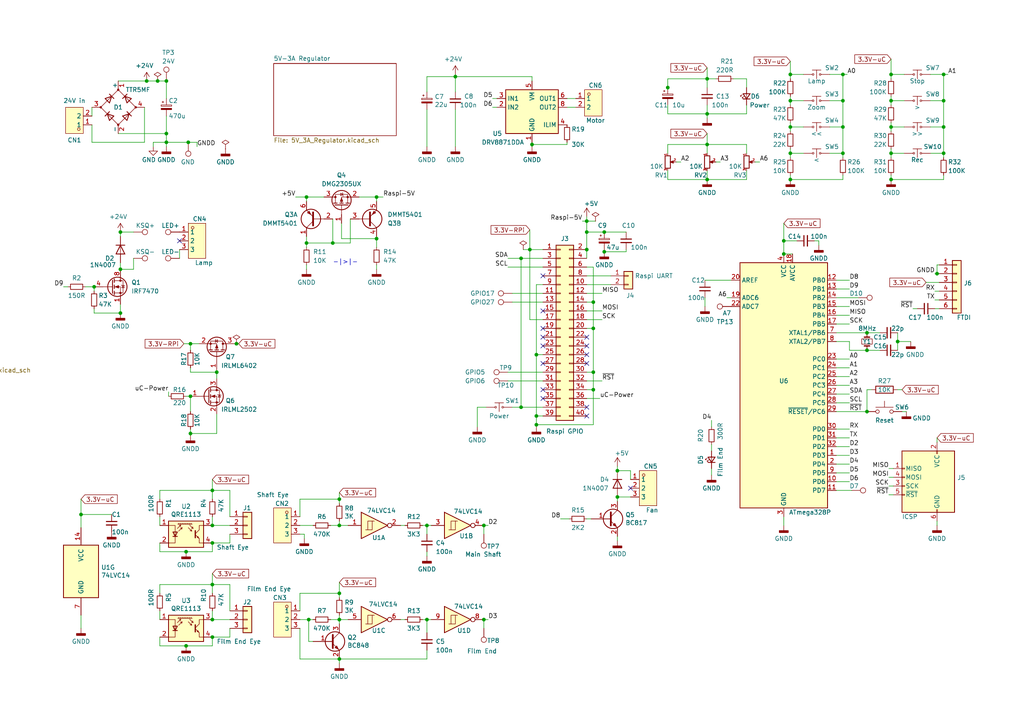
<source format=kicad_sch>
(kicad_sch (version 20230121) (generator eeschema)
  (paper "A4")
  (junction (at 273.685 21.59))
  (junction (at 229.235 29.21))
  (junction (at 170.18 64.135))
  (junction (at 55.245 125.73))
  (junction (at 205.105 33.02))
  (junction (at 88.9 57.15))
  (junction (at 258.445 21.59))
  (junction (at 170.18 67.31))
  (junction (at 48.26 38.735))
  (junction (at 109.22 69.215))
  (junction (at 48.26 41.275))
  (junction (at 42.545 23.495))
  (junction (at 172.085 95.25))
  (junction (at 132.08 22.225))
  (junction (at 244.475 36.83))
  (junction (at 61.595 142.24))
  (junction (at 258.445 44.45))
  (junction (at 61.595 179.705))
  (junction (at 155.575 123.19))
  (junction (at 98.425 152.4))
  (junction (at 23.495 149.225))
  (junction (at 89.535 179.705))
  (junction (at 88.9 70.485))
  (junction (at 53.975 187.325))
  (junction (at 258.445 36.83))
  (junction (at 251.46 119.38))
  (junction (at 273.685 44.45))
  (junction (at 271.78 79.375))
  (junction (at 251.46 96.52))
  (junction (at 54.61 41.275))
  (junction (at 61.595 169.545))
  (junction (at 170.18 72.39))
  (junction (at 45.72 23.495))
  (junction (at 175.26 73.025))
  (junction (at 227.33 73.66))
  (junction (at 61.595 152.4))
  (junction (at 193.675 25.4))
  (junction (at 155.575 120.65))
  (junction (at 229.235 21.59))
  (junction (at 109.22 57.15))
  (junction (at 155.575 102.87))
  (junction (at 98.425 179.705))
  (junction (at 98.425 172.085))
  (junction (at 179.07 136.525))
  (junction (at 244.475 21.59))
  (junction (at 258.445 29.21))
  (junction (at 172.085 107.95))
  (junction (at 96.52 70.485))
  (junction (at 273.685 29.21))
  (junction (at 34.925 90.805))
  (junction (at 229.235 44.45))
  (junction (at 123.825 179.705))
  (junction (at 175.26 67.31))
  (junction (at 273.685 36.83))
  (junction (at 205.105 22.86))
  (junction (at 172.085 87.63))
  (junction (at 151.13 118.11))
  (junction (at 172.085 113.03))
  (junction (at 62.865 107.95))
  (junction (at 55.245 99.695))
  (junction (at 61.595 157.48))
  (junction (at 55.245 114.935))
  (junction (at 140.335 179.705))
  (junction (at 34.925 78.105))
  (junction (at 229.235 52.07))
  (junction (at 98.425 191.135))
  (junction (at 179.07 144.145))
  (junction (at 68.58 99.695))
  (junction (at 229.235 36.83))
  (junction (at 258.445 52.07))
  (junction (at 123.825 152.4))
  (junction (at 153.67 72.39))
  (junction (at 53.975 160.02))
  (junction (at 227.33 69.85))
  (junction (at 244.475 44.45))
  (junction (at 205.105 41.91))
  (junction (at 27.305 83.185))
  (junction (at 34.925 67.31))
  (junction (at 205.105 52.07))
  (junction (at 151.13 74.93))
  (junction (at 61.595 184.785))
  (junction (at 251.46 101.6))
  (junction (at 154.305 41.91))
  (junction (at 140.335 152.4))
  (junction (at 98.425 144.78))
  (junction (at 244.475 29.21))
  (junction (at 260.35 99.06))
  (junction (at 48.26 23.495))
  (no_connect (at 157.48 97.79))
  (no_connect (at 157.48 100.33))
  (no_connect (at 52.07 69.85))
  (no_connect (at 170.18 102.87))
  (no_connect (at 157.48 113.03))
  (no_connect (at 170.18 97.79))
  (no_connect (at 157.48 95.25))
  (no_connect (at 157.48 80.01))
  (no_connect (at 170.18 105.41))
  (no_connect (at 157.48 115.57))
  (no_connect (at 170.18 118.11))
  (no_connect (at 157.48 90.17))
  (no_connect (at 170.18 120.65))
  (no_connect (at 182.88 141.605))
  (no_connect (at 170.18 100.33))
  (no_connect (at 157.48 105.41))
  (wire (pts (xy 154.305 41.91) (xy 164.465 41.91)))
  (wire (pts (xy 98.425 179.705) (xy 98.425 178.435)))
  (wire (pts (xy 206.375 121.92) (xy 206.375 123.825)))
  (wire (pts (xy 258.445 35.56) (xy 258.445 36.83)))
  (wire (pts (xy 251.46 113.03) (xy 252.73 113.03)))
  (wire (pts (xy 61.595 169.545) (xy 61.595 172.085)))
  (wire (pts (xy 269.875 44.45) (xy 273.685 44.45)))
  (wire (pts (xy 242.57 142.24) (xy 247.015 142.24)))
  (wire (pts (xy 147.32 77.47) (xy 157.48 77.47)))
  (wire (pts (xy 258.445 50.8) (xy 258.445 52.07)))
  (wire (pts (xy 170.18 90.17) (xy 174.625 90.17)))
  (wire (pts (xy 23.495 178.435) (xy 23.495 182.245)))
  (wire (pts (xy 172.085 107.95) (xy 172.085 113.03)))
  (wire (pts (xy 148.59 87.63) (xy 157.48 87.63)))
  (wire (pts (xy 88.265 154.94) (xy 88.265 156.21)))
  (wire (pts (xy 68.58 99.695) (xy 69.215 99.695)))
  (wire (pts (xy 66.675 149.86) (xy 66.675 142.24)))
  (wire (pts (xy 205.105 22.86) (xy 205.105 25.4)))
  (wire (pts (xy 122.555 179.705) (xy 123.825 179.705)))
  (wire (pts (xy 172.085 123.19) (xy 155.575 123.19)))
  (wire (pts (xy 54.61 41.275) (xy 57.15 41.275)))
  (wire (pts (xy 98.425 144.78) (xy 98.425 146.05)))
  (wire (pts (xy 122.555 152.4) (xy 123.825 152.4)))
  (wire (pts (xy 109.22 69.215) (xy 109.22 68.58)))
  (wire (pts (xy 148.59 85.09) (xy 157.48 85.09)))
  (wire (pts (xy 229.235 50.8) (xy 229.235 52.07)))
  (wire (pts (xy 55.245 107.95) (xy 62.865 107.95)))
  (wire (pts (xy 242.57 137.16) (xy 246.38 137.16)))
  (wire (pts (xy 258.445 36.83) (xy 262.255 36.83)))
  (wire (pts (xy 41.91 31.115) (xy 41.91 41.275)))
  (wire (pts (xy 116.205 179.705) (xy 117.475 179.705)))
  (wire (pts (xy 210.82 86.36) (xy 212.09 86.36)))
  (wire (pts (xy 193.675 25.4) (xy 193.675 22.86)))
  (wire (pts (xy 168.91 64.135) (xy 170.18 64.135)))
  (wire (pts (xy 212.725 22.86) (xy 216.535 22.86)))
  (wire (pts (xy 227.33 64.77) (xy 227.33 69.85)))
  (wire (pts (xy 66.675 169.545) (xy 61.595 169.545)))
  (wire (pts (xy 95.885 179.705) (xy 98.425 179.705)))
  (wire (pts (xy 62.865 107.315) (xy 62.865 107.95)))
  (wire (pts (xy 175.26 73.025) (xy 181.61 73.025)))
  (wire (pts (xy 216.535 49.53) (xy 216.535 52.07)))
  (wire (pts (xy 271.78 76.835) (xy 271.78 79.375)))
  (wire (pts (xy 271.78 79.375) (xy 272.415 79.375)))
  (wire (pts (xy 140.335 152.4) (xy 140.335 154.94)))
  (wire (pts (xy 251.46 96.52) (xy 255.27 96.52)))
  (wire (pts (xy 123.825 154.94) (xy 123.825 152.4)))
  (wire (pts (xy 45.72 23.495) (xy 48.26 23.495)))
  (wire (pts (xy 193.675 26.035) (xy 193.675 25.4)))
  (wire (pts (xy 227.33 149.86) (xy 227.33 152.4)))
  (wire (pts (xy 175.26 72.39) (xy 175.26 73.025)))
  (wire (pts (xy 207.645 46.99) (xy 208.915 46.99)))
  (wire (pts (xy 132.08 22.225) (xy 132.08 26.67)))
  (wire (pts (xy 66.675 154.94) (xy 66.675 157.48)))
  (wire (pts (xy 260.35 99.06) (xy 260.35 101.6)))
  (wire (pts (xy 46.355 172.085) (xy 46.355 169.545)))
  (wire (pts (xy 216.535 33.02) (xy 205.105 33.02)))
  (wire (pts (xy 273.685 21.59) (xy 273.685 29.21)))
  (wire (pts (xy 193.675 41.91) (xy 193.675 44.45)))
  (wire (pts (xy 66.675 184.785) (xy 61.595 184.785)))
  (wire (pts (xy 264.795 89.535) (xy 266.065 89.535)))
  (wire (pts (xy 219.075 46.99) (xy 220.345 46.99)))
  (wire (pts (xy 273.685 29.21) (xy 273.685 36.83)))
  (wire (pts (xy 164.465 28.575) (xy 167.005 28.575)))
  (wire (pts (xy 23.495 153.035) (xy 23.495 149.225)))
  (wire (pts (xy 61.595 177.165) (xy 61.595 179.705)))
  (wire (pts (xy 98.425 191.135) (xy 123.825 191.135)))
  (wire (pts (xy 98.425 191.135) (xy 98.425 192.405)))
  (wire (pts (xy 34.925 76.2) (xy 34.925 78.105)))
  (wire (pts (xy 240.665 36.83) (xy 244.475 36.83)))
  (wire (pts (xy 205.105 41.91) (xy 205.105 44.45)))
  (wire (pts (xy 272.415 76.835) (xy 271.78 76.835)))
  (wire (pts (xy 88.9 68.58) (xy 88.9 70.485)))
  (wire (pts (xy 260.35 99.06) (xy 264.16 99.06)))
  (wire (pts (xy 204.47 81.28) (xy 212.09 81.28)))
  (wire (pts (xy 155.575 82.55) (xy 155.575 102.87)))
  (wire (pts (xy 132.08 21.59) (xy 132.08 22.225)))
  (wire (pts (xy 242.57 109.22) (xy 246.38 109.22)))
  (wire (pts (xy 205.105 38.735) (xy 205.105 41.91)))
  (wire (pts (xy 55.245 125.73) (xy 55.245 126.365)))
  (wire (pts (xy 46.355 152.4) (xy 46.355 149.86)))
  (wire (pts (xy 27.305 90.805) (xy 27.305 89.535)))
  (wire (pts (xy 48.26 41.275) (xy 48.26 42.545)))
  (wire (pts (xy 172.085 77.47) (xy 172.085 87.63)))
  (wire (pts (xy 62.865 107.95) (xy 62.865 109.855)))
  (wire (pts (xy 123.825 152.4) (xy 125.095 152.4)))
  (wire (pts (xy 132.08 22.225) (xy 154.305 22.225)))
  (wire (pts (xy 242.57 119.38) (xy 251.46 119.38)))
  (wire (pts (xy 227.33 69.85) (xy 231.14 69.85)))
  (wire (pts (xy 229.235 29.21) (xy 229.235 30.48)))
  (wire (pts (xy 88.9 70.485) (xy 96.52 70.485)))
  (wire (pts (xy 53.975 160.02) (xy 61.595 160.02)))
  (wire (pts (xy 271.145 84.455) (xy 272.415 84.455)))
  (wire (pts (xy 242.57 129.54) (xy 246.38 129.54)))
  (wire (pts (xy 242.57 139.7) (xy 246.38 139.7)))
  (wire (pts (xy 261.62 119.38) (xy 262.89 119.38)))
  (wire (pts (xy 216.535 41.91) (xy 216.535 44.45)))
  (wire (pts (xy 271.145 86.995) (xy 272.415 86.995)))
  (wire (pts (xy 98.425 168.91) (xy 98.425 172.085)))
  (wire (pts (xy 170.18 87.63) (xy 172.085 87.63)))
  (wire (pts (xy 86.995 172.085) (xy 98.425 172.085)))
  (wire (pts (xy 62.865 125.73) (xy 55.245 125.73)))
  (wire (pts (xy 229.235 44.45) (xy 233.045 44.45)))
  (wire (pts (xy 132.08 22.225) (xy 123.825 22.225)))
  (wire (pts (xy 55.245 101.6) (xy 55.245 99.695)))
  (wire (pts (xy 170.18 110.49) (xy 174.625 110.49)))
  (wire (pts (xy 205.105 52.07) (xy 216.535 52.07)))
  (wire (pts (xy 170.18 95.25) (xy 172.085 95.25)))
  (wire (pts (xy 154.305 42.545) (xy 154.305 41.91)))
  (wire (pts (xy 86.995 144.78) (xy 86.995 149.86)))
  (wire (pts (xy 55.245 114.935) (xy 55.245 119.38)))
  (wire (pts (xy 48.26 41.275) (xy 44.45 41.275)))
  (wire (pts (xy 246.38 99.06) (xy 246.38 101.6)))
  (wire (pts (xy 147.32 110.49) (xy 157.48 110.49)))
  (wire (pts (xy 66.675 142.24) (xy 61.595 142.24)))
  (wire (pts (xy 273.685 44.45) (xy 273.685 45.72)))
  (wire (pts (xy 273.685 50.8) (xy 273.685 52.07)))
  (wire (pts (xy 61.595 152.4) (xy 66.675 152.4)))
  (wire (pts (xy 66.675 182.245) (xy 66.675 184.785)))
  (wire (pts (xy 151.13 74.93) (xy 157.48 74.93)))
  (wire (pts (xy 205.105 19.685) (xy 205.105 22.86)))
  (wire (pts (xy 53.34 99.695) (xy 55.245 99.695)))
  (wire (pts (xy 170.18 115.57) (xy 173.99 115.57)))
  (wire (pts (xy 48.26 23.495) (xy 48.26 28.575)))
  (wire (pts (xy 101.6 63.5) (xy 101.6 70.485)))
  (wire (pts (xy 98.425 142.875) (xy 98.425 144.78)))
  (wire (pts (xy 258.445 21.59) (xy 262.255 21.59)))
  (wire (pts (xy 61.595 160.02) (xy 61.595 157.48)))
  (wire (pts (xy 229.235 35.56) (xy 229.235 36.83)))
  (wire (pts (xy 46.355 169.545) (xy 61.595 169.545)))
  (wire (pts (xy 55.245 99.695) (xy 57.785 99.695)))
  (wire (pts (xy 269.875 29.21) (xy 273.685 29.21)))
  (wire (pts (xy 86.995 179.705) (xy 89.535 179.705)))
  (wire (pts (xy 170.18 62.865) (xy 170.18 64.135)))
  (wire (pts (xy 123.825 183.515) (xy 123.825 179.705)))
  (wire (pts (xy 229.235 43.18) (xy 229.235 44.45)))
  (wire (pts (xy 99.06 69.215) (xy 109.22 69.215)))
  (wire (pts (xy 242.57 124.46) (xy 246.38 124.46)))
  (wire (pts (xy 271.78 151.13) (xy 271.78 152.4)))
  (wire (pts (xy 123.825 42.545) (xy 123.825 31.75)))
  (wire (pts (xy 96.52 63.5) (xy 96.52 70.485)))
  (wire (pts (xy 66.675 157.48) (xy 61.595 157.48)))
  (wire (pts (xy 155.575 120.65) (xy 157.48 120.65)))
  (wire (pts (xy 242.57 114.3) (xy 246.38 114.3)))
  (wire (pts (xy 123.825 160.02) (xy 123.825 161.29)))
  (wire (pts (xy 116.205 152.4) (xy 117.475 152.4)))
  (wire (pts (xy 54.61 41.275) (xy 48.26 41.275)))
  (wire (pts (xy 206.375 128.905) (xy 206.375 130.81)))
  (wire (pts (xy 23.495 149.225) (xy 32.385 149.225)))
  (wire (pts (xy 216.535 30.48) (xy 216.535 33.02)))
  (wire (pts (xy 86.995 182.245) (xy 86.995 191.135)))
  (wire (pts (xy 181.61 73.025) (xy 181.61 72.39)))
  (wire (pts (xy 242.57 99.06) (xy 246.38 99.06)))
  (wire (pts (xy 99.06 64.77) (xy 99.06 69.215)))
  (wire (pts (xy 242.57 111.76) (xy 246.38 111.76)))
  (wire (pts (xy 258.445 27.94) (xy 258.445 29.21)))
  (wire (pts (xy 170.18 72.39) (xy 170.18 74.93)))
  (wire (pts (xy 258.445 43.18) (xy 258.445 44.45)))
  (wire (pts (xy 246.38 101.6) (xy 251.46 101.6)))
  (wire (pts (xy 147.32 107.95) (xy 157.48 107.95)))
  (wire (pts (xy 205.105 41.91) (xy 216.535 41.91)))
  (wire (pts (xy 257.81 143.51) (xy 259.08 143.51)))
  (wire (pts (xy 244.475 21.59) (xy 244.475 29.21)))
  (wire (pts (xy 271.78 127) (xy 271.78 128.27)))
  (wire (pts (xy 53.975 187.325) (xy 61.595 187.325)))
  (wire (pts (xy 229.235 21.59) (xy 229.235 22.86)))
  (wire (pts (xy 205.105 22.86) (xy 207.645 22.86)))
  (wire (pts (xy 96.52 70.485) (xy 101.6 70.485)))
  (wire (pts (xy 170.18 67.31) (xy 175.26 67.31)))
  (wire (pts (xy 260.35 113.03) (xy 261.62 113.03)))
  (wire (pts (xy 170.18 92.71) (xy 174.625 92.71)))
  (wire (pts (xy 109.22 76.835) (xy 109.22 78.105)))
  (wire (pts (xy 242.57 88.9) (xy 246.38 88.9)))
  (wire (pts (xy 138.43 118.11) (xy 138.43 123.825)))
  (wire (pts (xy 193.675 30.48) (xy 193.675 33.02)))
  (wire (pts (xy 34.925 67.31) (xy 38.735 67.31)))
  (wire (pts (xy 155.575 123.19) (xy 155.575 120.65)))
  (wire (pts (xy 170.18 64.135) (xy 172.72 64.135)))
  (wire (pts (xy 244.475 29.21) (xy 244.475 36.83)))
  (wire (pts (xy 193.675 49.53) (xy 193.675 52.07)))
  (wire (pts (xy 273.685 36.83) (xy 273.685 44.45)))
  (wire (pts (xy 258.445 52.07) (xy 273.685 52.07)))
  (wire (pts (xy 109.22 57.15) (xy 111.125 57.15)))
  (wire (pts (xy 205.105 33.02) (xy 193.675 33.02)))
  (wire (pts (xy 193.675 22.86) (xy 205.105 22.86)))
  (wire (pts (xy 151.13 74.93) (xy 151.13 118.11)))
  (wire (pts (xy 244.475 44.45) (xy 244.475 45.72)))
  (wire (pts (xy 205.105 30.48) (xy 205.105 33.02)))
  (wire (pts (xy 98.425 152.4) (xy 100.965 152.4)))
  (wire (pts (xy 258.445 44.45) (xy 258.445 45.72)))
  (wire (pts (xy 98.425 180.975) (xy 98.425 179.705)))
  (wire (pts (xy 34.925 88.265) (xy 34.925 90.805)))
  (wire (pts (xy 258.445 44.45) (xy 262.255 44.45)))
  (wire (pts (xy 271.145 79.375) (xy 271.78 79.375)))
  (wire (pts (xy 46.355 144.78) (xy 46.355 142.24)))
  (wire (pts (xy 27.305 90.805) (xy 34.925 90.805)))
  (wire (pts (xy 237.49 69.85) (xy 237.49 71.12)))
  (wire (pts (xy 258.445 29.21) (xy 262.255 29.21)))
  (wire (pts (xy 229.235 36.83) (xy 233.045 36.83)))
  (wire (pts (xy 242.57 91.44) (xy 246.38 91.44)))
  (wire (pts (xy 123.825 188.595) (xy 123.825 191.135)))
  (wire (pts (xy 170.18 64.135) (xy 170.18 67.31)))
  (wire (pts (xy 98.425 172.085) (xy 98.425 173.355)))
  (wire (pts (xy 242.57 132.08) (xy 246.38 132.08)))
  (wire (pts (xy 240.665 29.21) (xy 244.475 29.21)))
  (wire (pts (xy 242.57 127) (xy 246.38 127)))
  (wire (pts (xy 170.18 80.01) (xy 177.165 80.01)))
  (wire (pts (xy 251.46 119.38) (xy 251.46 113.03)))
  (wire (pts (xy 196.215 46.99) (xy 197.485 46.99)))
  (wire (pts (xy 46.355 142.24) (xy 61.595 142.24)))
  (wire (pts (xy 104.14 57.15) (xy 109.22 57.15)))
  (wire (pts (xy 46.355 160.02) (xy 53.975 160.02)))
  (wire (pts (xy 157.48 82.55) (xy 155.575 82.55)))
  (wire (pts (xy 242.57 134.62) (xy 246.38 134.62)))
  (wire (pts (xy 42.545 23.495) (xy 45.72 23.495)))
  (wire (pts (xy 204.47 86.36) (xy 204.47 88.9)))
  (wire (pts (xy 260.35 96.52) (xy 260.35 99.06)))
  (wire (pts (xy 242.57 116.84) (xy 246.38 116.84)))
  (wire (pts (xy 179.07 135.255) (xy 179.07 136.525)))
  (wire (pts (xy 164.465 41.91) (xy 164.465 41.275)))
  (wire (pts (xy 123.825 22.225) (xy 123.825 26.67)))
  (wire (pts (xy 88.9 76.835) (xy 88.9 78.105)))
  (wire (pts (xy 164.465 31.115) (xy 167.005 31.115)))
  (wire (pts (xy 86.995 154.94) (xy 88.265 154.94)))
  (wire (pts (xy 154.305 23.495) (xy 154.305 22.225)))
  (wire (pts (xy 268.605 81.915) (xy 272.415 81.915)))
  (wire (pts (xy 154.305 41.91) (xy 154.305 41.275)))
  (wire (pts (xy 142.875 31.115) (xy 144.145 31.115)))
  (wire (pts (xy 38.735 74.93) (xy 38.735 78.105)))
  (wire (pts (xy 140.335 152.4) (xy 141.605 152.4)))
  (wire (pts (xy 170.18 72.39) (xy 170.18 67.31)))
  (wire (pts (xy 95.885 152.4) (xy 98.425 152.4)))
  (wire (pts (xy 153.67 92.71) (xy 153.67 72.39)))
  (wire (pts (xy 205.105 33.02) (xy 205.105 34.29)))
  (wire (pts (xy 61.595 179.705) (xy 66.675 179.705)))
  (wire (pts (xy 153.67 72.39) (xy 157.48 72.39)))
  (wire (pts (xy 151.13 118.11) (xy 157.48 118.11)))
  (wire (pts (xy 172.085 113.03) (xy 172.085 123.19)))
  (wire (pts (xy 172.085 87.63) (xy 172.085 95.25)))
  (wire (pts (xy 142.875 28.575) (xy 144.145 28.575)))
  (wire (pts (xy 86.995 191.135) (xy 98.425 191.135)))
  (wire (pts (xy 193.675 41.91) (xy 205.105 41.91)))
  (wire (pts (xy 109.22 57.15) (xy 109.22 58.42)))
  (wire (pts (xy 179.07 144.145) (xy 182.88 144.145)))
  (wire (pts (xy 34.29 38.735) (xy 48.26 38.735)))
  (wire (pts (xy 269.875 21.59) (xy 273.685 21.59)))
  (wire (pts (xy 258.445 29.21) (xy 258.445 30.48)))
  (wire (pts (xy 229.235 21.59) (xy 233.045 21.59)))
  (wire (pts (xy 258.445 17.145) (xy 258.445 21.59)))
  (wire (pts (xy 93.98 57.15) (xy 88.9 57.15)))
  (wire (pts (xy 90.805 179.705) (xy 89.535 179.705)))
  (wire (pts (xy 229.235 17.78) (xy 229.235 21.59)))
  (wire (pts (xy 244.475 36.83) (xy 244.475 44.45)))
  (wire (pts (xy 257.81 138.43) (xy 259.08 138.43)))
  (wire (pts (xy 242.57 83.82) (xy 246.38 83.82)))
  (wire (pts (xy 240.665 21.59) (xy 244.475 21.59)))
  (wire (pts (xy 98.425 152.4) (xy 98.425 151.13)))
  (wire (pts (xy 258.445 21.59) (xy 258.445 22.86)))
  (wire (pts (xy 46.355 184.785) (xy 46.355 187.325)))
  (wire (pts (xy 23.495 144.78) (xy 23.495 149.225)))
  (wire (pts (xy 61.595 187.325) (xy 61.595 184.785)))
  (wire (pts (xy 132.08 42.545) (xy 132.08 31.75)))
  (wire (pts (xy 46.355 179.705) (xy 46.355 177.165)))
  (wire (pts (xy 41.91 41.275) (xy 26.67 41.275)))
  (wire (pts (xy 155.575 102.87) (xy 155.575 120.65)))
  (wire (pts (xy 258.445 36.83) (xy 258.445 38.1)))
  (wire (pts (xy 162.56 150.495) (xy 165.1 150.495)))
  (wire (pts (xy 48.895 113.665) (xy 48.895 114.935)))
  (wire (pts (xy 57.15 41.275) (xy 57.15 42.545)))
  (wire (pts (xy 89.535 179.705) (xy 89.535 186.055)))
  (wire (pts (xy 151.765 72.39) (xy 153.67 72.39)))
  (wire (pts (xy 46.355 187.325) (xy 53.975 187.325)))
  (wire (pts (xy 271.145 89.535) (xy 272.415 89.535)))
  (wire (pts (xy 61.595 166.37) (xy 61.595 169.545)))
  (wire (pts (xy 257.81 135.89) (xy 259.08 135.89)))
  (wire (pts (xy 24.765 83.185) (xy 27.305 83.185)))
  (wire (pts (xy 179.07 155.575) (xy 179.07 156.845)))
  (wire (pts (xy 240.665 44.45) (xy 244.475 44.45)))
  (wire (pts (xy 86.995 144.78) (xy 98.425 144.78)))
  (wire (pts (xy 251.46 101.6) (xy 255.27 101.6)))
  (wire (pts (xy 153.67 66.675) (xy 153.67 72.39)))
  (wire (pts (xy 123.825 179.705) (xy 125.095 179.705)))
  (wire (pts (xy 34.29 23.495) (xy 42.545 23.495)))
  (wire (pts (xy 273.685 21.59) (xy 274.955 21.59)))
  (wire (pts (xy 193.675 52.07) (xy 205.105 52.07)))
  (wire (pts (xy 55.245 106.68) (xy 55.245 107.95)))
  (wire (pts (xy 182.88 136.525) (xy 182.88 139.065)))
  (wire (pts (xy 242.57 106.68) (xy 246.38 106.68)))
  (wire (pts (xy 175.26 67.31) (xy 181.61 67.31)))
  (wire (pts (xy 244.475 21.59) (xy 245.745 21.59)))
  (wire (pts (xy 242.57 81.28) (xy 246.38 81.28)))
  (wire (pts (xy 157.48 92.71) (xy 153.67 92.71)))
  (wire (pts (xy 55.245 124.46) (xy 55.245 125.73)))
  (wire (pts (xy 52.07 72.39) (xy 52.07 74.93)))
  (wire (pts (xy 44.45 41.275) (xy 44.45 42.545)))
  (wire (pts (xy 155.575 123.19) (xy 155.575 123.825)))
  (wire (pts (xy 86.995 152.4) (xy 90.805 152.4)))
  (wire (pts (xy 140.335 179.705) (xy 140.335 182.245)))
  (wire (pts (xy 62.865 120.015) (xy 62.865 125.73)))
  (wire (pts (xy 269.875 36.83) (xy 273.685 36.83)))
  (wire (pts (xy 147.32 74.93) (xy 151.13 74.93)))
  (wire (pts (xy 61.595 142.24) (xy 61.595 144.78)))
  (wire (pts (xy 148.59 118.11) (xy 151.13 118.11)))
  (wire (pts (xy 206.375 135.89) (xy 206.375 137.795)))
  (wire (pts (xy 18.415 83.185) (xy 19.685 83.185)))
  (wire (pts (xy 170.18 113.03) (xy 172.085 113.03)))
  (wire (pts (xy 86.995 172.085) (xy 86.995 177.165)))
  (wire (pts (xy 229.235 44.45) (xy 229.235 45.72)))
  (wire (pts (xy 48.26 41.275) (xy 48.26 38.735)))
  (wire (pts (xy 170.18 77.47) (xy 172.085 77.47)))
  (wire (pts (xy 170.18 107.95) (xy 172.085 107.95)))
  (wire (pts (xy 98.425 179.705) (xy 100.965 179.705)))
  (wire (pts (xy 85.725 57.15) (xy 88.9 57.15)))
  (wire (pts (xy 229.235 29.21) (xy 233.045 29.21)))
  (wire (pts (xy 227.33 69.85) (xy 227.33 73.66)))
  (wire (pts (xy 109.22 69.215) (xy 109.22 71.755)))
  (wire (pts (xy 170.18 150.495) (xy 171.45 150.495)))
  (wire (pts (xy 38.735 78.105) (xy 34.925 78.105)))
  (wire (pts (xy 172.085 95.25) (xy 172.085 107.95)))
  (wire (pts (xy 242.57 93.98) (xy 246.38 93.98)))
  (wire (pts (xy 244.475 50.8) (xy 244.475 52.07)))
  (wire (pts (xy 216.535 22.86) (xy 216.535 25.4)))
  (wire (pts (xy 229.235 52.07) (xy 244.475 52.07)))
  (wire (pts (xy 242.57 96.52) (xy 251.46 96.52)))
  (wire (pts (xy 236.22 69.85) (xy 237.49 69.85)))
  (wire (pts (xy 140.335 179.705) (xy 141.605 179.705)))
  (wire (pts (xy 229.235 27.94) (xy 229.235 29.21)))
  (wire (pts (xy 68.58 99.695) (xy 67.945 99.695)))
  (wire (pts (xy 205.105 52.07) (xy 205.105 49.53)))
  (wire (pts (xy 26.67 36.195) (xy 26.67 41.275)))
  (wire (pts (xy 61.595 139.065) (xy 61.595 142.24)))
  (wire (pts (xy 66.675 177.165) (xy 66.675 169.545)))
  (wire (pts (xy 46.355 157.48) (xy 46.355 160.02)))
  (wire (pts (xy 179.07 136.525) (xy 182.88 136.525)))
  (wire (pts (xy 227.33 73.66) (xy 229.87 73.66)))
  (wire (pts (xy 248.92 86.36) (xy 242.57 86.36)))
  (wire (pts (xy 242.57 104.14) (xy 246.38 104.14)))
  (wire (pts (xy 89.535 186.055) (xy 90.805 186.055)))
  (wire (pts (xy 229.235 36.83) (xy 229.235 38.1)))
  (wire (pts (xy 26.67 33.655) (xy 26.67 31.115)))
  (wire (pts (xy 34.925 67.31) (xy 34.925 68.58)))
  (wire (pts (xy 88.9 57.15) (xy 88.9 58.42)))
  (wire (pts (xy 138.43 118.11) (xy 140.97 118.11)))
  (wire (pts (xy 88.9 70.485) (xy 88.9 71.755)))
  (wire (pts (xy 170.18 85.09) (xy 174.625 85.09)))
  (wire (pts (xy 179.07 144.145) (xy 179.07 145.415)))
  (wire (pts (xy 170.18 82.55) (xy 177.165 82.55)))
  (wire (pts (xy 27.305 83.185) (xy 27.305 84.455)))
  (wire (pts (xy 257.81 140.97) (xy 259.08 140.97)))
  (wire (pts (xy 155.575 102.87) (xy 157.48 102.87)))
  (wire (pts (xy 61.595 149.86) (xy 61.595 152.4)))
  (wire (pts (xy 48.26 33.655) (xy 48.26 38.735)))
  (wire (pts (xy 53.975 114.935) (xy 55.245 114.935)))
  (text "-|>|-" (at 96.52 76.835 0) (effects (font (size 1.27 1.27)) (justify left bottom)))
  (label "D4" (at 206.375 121.92 180))
  (label "GNDD" (at 57.15 42.545 0))
  (label "D3" (at 141.605 179.705 0))
  (label "GNDD" (at 271.145 79.375 180))
  (label "TX" (at 271.145 86.995 180))
  (label "SDA" (at 246.38 114.3 0))
  (label "A3" (at 208.915 46.99 0))
  (label "RX" (at 246.38 124.46 0))
  (label "A1" (at 246.38 106.68 0))
  (label "A0" (at 246.38 104.14 0))
  (label "MISO" (at 174.625 85.09 0))
  (label "D6" (at 246.38 139.7 0))
  (label "D5" (at 246.38 137.16 0))
  (label "MOSI" (at 246.38 88.9 0))
  (label "SCK" (at 174.625 92.71 0))
  (label "uC-Power" (at 173.99 115.57 0))
  (label "MOSI" (at 257.81 138.43 180))
  (label "TX" (at 246.38 127 0))
  (label "Raspi-5V" (at 111.125 57.15 0))
  (label "A2" (at 246.38 109.22 0))
  (label "SCL" (at 246.38 116.84 0))
  (label "MISO" (at 257.81 135.89 180))
  (label "A6" (at 220.345 46.99 0))
  (label "A1" (at 274.955 21.59 0))
  (label "D2" (at 141.605 152.4 0))
  (label "A2" (at 197.485 46.99 0))
  (label "+5V" (at 85.725 57.15 180))
  (label "D8" (at 246.38 81.28 0))
  (label "~{RST}" (at 264.795 89.535 180))
  (label "SCK" (at 257.81 140.97 180))
  (label "uC-Power" (at 48.895 113.665 180))
  (label "D5" (at 142.875 28.575 180))
  (label "Raspi-5V" (at 168.91 64.135 180))
  (label "SCL" (at 147.32 77.47 180))
  (label "~{RST}" (at 246.38 119.38 0))
  (label "D9" (at 18.415 83.185 180))
  (label "D2" (at 246.38 129.54 0))
  (label "A3" (at 246.38 111.76 0))
  (label "A6" (at 210.82 86.36 180))
  (label "~{RST}" (at 174.625 110.49 0))
  (label "SDA" (at 147.32 74.93 180))
  (label "RX" (at 271.145 84.455 180))
  (label "D9" (at 246.38 83.82 0))
  (label "SCK" (at 246.38 93.98 0))
  (label "D3" (at 246.38 132.08 0))
  (label "D8" (at 162.56 150.495 180))
  (label "D4" (at 246.38 134.62 0))
  (label "D6" (at 142.875 31.115 180))
  (label "~{RST}" (at 257.81 143.51 180))
  (label "MISO" (at 246.38 91.44 0))
  (label "MOSI" (at 174.625 90.17 0))
  (label "A0" (at 245.745 21.59 0))
  (global_label "3.3V-uC" (shape input) (at 69.215 99.695 0) (property "Intersheetrefs" "${INTERSHEET_REFS}" (effects hide)))
  (global_label "3.3V-RPi" (shape input) (at 53.34 99.695 180) (property "Intersheetrefs" "${INTERSHEET_REFS}" (effects hide)))
  (global_label "3.3V-uC" (shape input) (at 229.235 17.78 180) (property "Intersheetrefs" "${INTERSHEET_REFS}" (effects hide)))
  (global_label "3.3V-uC" (shape input) (at 258.445 17.145 180) (property "Intersheetrefs" "${INTERSHEET_REFS}" (effects hide)))
  (global_label "3.3V-uC" (shape input) (at 23.495 144.78 0) (property "Intersheetrefs" "${INTERSHEET_REFS}" (effects hide)))
  (global_label "3.3V-uC" (shape input) (at 98.425 168.91 0) (property "Intersheetrefs" "${INTERSHEET_REFS}" (effects hide)))
  (global_label "3.3V-uC" (shape input) (at 268.605 81.915 180) (property "Intersheetrefs" "${INTERSHEET_REFS}" (effects hide)))
  (global_label "3.3V-RPi" (shape input) (at 153.67 66.675 180) (property "Intersheetrefs" "${INTERSHEET_REFS}" (effects hide)))
  (global_label "3.3V-uC" (shape input) (at 61.595 166.37 0) (property "Intersheetrefs" "${INTERSHEET_REFS}" (effects hide)))
  (global_label "3.3V-uC" (shape input) (at 261.62 113.03 0) (property "Intersheetrefs" "${INTERSHEET_REFS}" (effects hide)))
  (global_label "3.3V-uC" (shape input) (at 205.105 19.685 180) (property "Intersheetrefs" "${INTERSHEET_REFS}" (effects hide)))
  (global_label "3.3V-uC" (shape input) (at 98.425 142.875 0) (property "Intersheetrefs" "${INTERSHEET_REFS}" (effects hide)))
  (global_label "3.3V-uC" (shape input) (at 227.33 64.77 0) (property "Intersheetrefs" "${INTERSHEET_REFS}" (effects hide)))
  (global_label "3.3V-uC" (shape input) (at 205.105 38.735 180) (property "Intersheetrefs" "${INTERSHEET_REFS}" (effects hide)))
  (global_label "3.3V-uC" (shape input) (at 61.595 139.065 0) (property "Intersheetrefs" "${INTERSHEET_REFS}" (effects hide)))
  (global_label "3.3V-uC" (shape input) (at 271.78 127 0) (property "Intersheetrefs" "${INTERSHEET_REFS}" (effects hide)))
  (symbol (lib_id "MCU_Microchip_ATmega:ATmega328P-A") (at 227.33 111.76 0) (unit 1)
    (property "Reference" "U6" (at 227.33 110.49 0))
    (property "Value" "ATmega328P" (at 234.95 148.59 0))
    (property "Footprint" "Package_QFP:TQFP-32_7x7mm_P0.8mm" (effects hide))
    (property "Datasheet" "http://ww1.microchip.com/downloads/en/DeviceDoc/ATmega328_P%20AVR%20MCU%20with%20picoPower%20Technology%20Data%20Sheet%2040001984A.pdf" (effects hide))
    (property "LCSC" "C14877" (effects hide))
  )
  (symbol (lib_id "Device:C_Small") (at 257.81 96.52 270) (unit 1)
    (property "Reference" "C15" (at 255.27 97.79 90))
    (property "Value" "22p" (at 260.35 95.25 90))
    (property "Footprint" "Capacitor_SMD:C_0805_2012Metric" (effects hide))
    (property "Datasheet" "https://datasheet.lcsc.com/lcsc/2304140030_Samsung-Electro-Mechanics-CL21C220JBANNNC_C1804.pdf" (effects hide))
    (property "LCSC" "C1804" (effects hide))
  )
  (symbol (lib_id "Device:C_Small") (at 257.81 101.6 90) (mirror x) (unit 1)
    (property "Reference" "C16" (at 255.27 100.33 90))
    (property "Value" "22p" (at 260.35 102.87 90))
    (property "Footprint" "Capacitor_SMD:C_0805_2012Metric" (effects hide))
    (property "Datasheet" "https://datasheet.lcsc.com/lcsc/2304140030_Samsung-Electro-Mechanics-CL21C220JBANNNC_C1804.pdf" (effects hide))
    (property "LCSC" "C1804" (effects hide))
  )
  (symbol (lib_id "Device:C_Small") (at 204.47 83.82 0) (unit 1)
    (property "Reference" "C12" (at 204.47 81.28 0) (effects (justify right)))
    (property "Value" "100n" (at 204.47 86.36 0) (effects (justify right)))
    (property "Footprint" "Capacitor_SMD:C_0805_2012Metric" (effects hide))
    (property "Datasheet" "https://datasheet.lcsc.com/lcsc/2304140030_Samsung-Electro-Mechanics-CL21B104KCFNNNE_C28233.pdf" (effects hide))
    (property "LCSC" "C28233" (effects hide))
  )
  (symbol (lib_id "Device:Crystal_Small") (at 251.46 99.06 270) (unit 1)
    (property "Reference" "Y1" (at 250.19 99.06 90) (effects (justify left)))
    (property "Value" "8MHz" (at 248.92 95.25 90) (effects (justify left)))
    (property "Footprint" "Crystal:Crystal_SMD_5032-2Pin_5.0x3.2mm" (effects hide))
    (property "Datasheet" "https://datasheet.lcsc.com/lcsc/2302201101_YXC-X50328MSB2GI_C115962.pdf" (effects hide))
    (property "LCSC" "C115962" (effects hide))
  )
  (symbol (lib_id "power:GNDD") (at 264.16 99.06 0) (unit 1)
    (property "Reference" "#PWR042" (effects hide))
    (property "Value" "GNDD" (at 265.43 102.87 0))
  )
  (symbol (lib_id "power:GNDD") (at 227.33 152.4 0) (unit 1)
    (property "Reference" "#PWR037" (effects hide))
    (property "Value" "GNDD" (at 227.33 156.21 0))
  )
  (symbol (lib_id "Device:R") (at 256.54 113.03 270) (unit 1)
    (property "Reference" "R27" (at 256.54 110.49 90))
    (property "Value" "10K" (at 256.54 113.03 90))
    (property "Footprint" "Resistor_SMD:R_0805_2012Metric" (effects hide))
    (property "LCSC" "C17414" (effects hide))
  )
  (symbol (lib_id "power:GNDD") (at 48.26 42.545 0) (unit 1)
    (property "Reference" "#PWR08" (effects hide))
    (property "Value" "GNDD" (at 48.26 46.355 0))
  )
  (symbol (lib_id "Device:C_Polarized_Small") (at 48.26 31.115 0) (unit 1)
    (property "Reference" "C2" (at 48.895 29.21 0) (effects (justify left)))
    (property "Value" "470u" (at 48.895 33.655 0) (effects (justify left)))
  )
  (symbol (lib_id "Connector_Generic:Conn_01x06") (at 277.495 81.915 0) (unit 1)
    (property "Reference" "J6" (at 279.527 82.1182 0) (effects (justify left)))
    (property "Value" "FTDI" (at 277.495 92.075 0) (effects (justify left)))
    (property "Footprint" "Connector_PinHeader_2.54mm:PinHeader_1x06_P2.54mm_Vertical" (effects hide))
  )
  (symbol (lib_id "power:GND") (at 44.45 42.545 0) (unit 1)
    (property "Reference" "#PWR07" (effects hide))
    (property "Value" "GND" (at 43.18 46.355 0))
  )
  (symbol (lib_name "QRE1113_1") (lib_id "Sensor_Proximity:QRE1113") (at 53.975 154.94 0) (unit 1)
    (property "Reference" "U2" (at 53.975 146.8882 0))
    (property "Value" "QRE1113" (at 53.975 149.1996 0))
    (property "Footprint" "Peacemans_Footprints:QRE1113GR-slim" (effects hide))
    (property "Datasheet" "http://www.onsemi.com/pub/Collateral/QRE1113-D.PDF" (effects hide))
  )
  (symbol (lib_id "Device:R_Small") (at 46.355 147.32 0) (unit 1)
    (property "Reference" "R1" (at 48.895 147.32 90) (effects (justify left)))
    (property "Value" "100R" (at 43.815 148.59 90) (effects (justify left)))
    (property "Footprint" "Resistor_SMD:R_0805_2012Metric" (effects hide))
  )
  (symbol (lib_id "Device:R_Small") (at 61.595 147.32 0) (unit 1)
    (property "Reference" "R4" (at 59.055 147.32 90) (effects (justify left)))
    (property "Value" "47K" (at 64.135 148.59 90) (effects (justify left)))
    (property "Footprint" "Resistor_SMD:R_0805_2012Metric" (effects hide))
    (property "LCSC" "C17713" (effects hide))
  )
  (symbol (lib_id "power:GNDD") (at 53.975 160.02 0) (unit 1)
    (property "Reference" "#PWR02" (effects hide))
    (property "Value" "GNDD" (at 53.975 163.83 0))
  )
  (symbol (lib_id "Device:C_Small") (at 268.605 89.535 270) (unit 1)
    (property "Reference" "C17" (at 267.335 92.075 90) (effects (justify right)))
    (property "Value" "100n" (at 273.685 92.075 90) (effects (justify right)))
    (property "Footprint" "Capacitor_SMD:C_0805_2012Metric" (effects hide))
    (property "Datasheet" "https://datasheet.lcsc.com/lcsc/2304140030_Samsung-Electro-Mechanics-CL21B104KCFNNNE_C28233.pdf" (effects hide))
    (property "LCSC" "C28233" (effects hide))
  )
  (symbol (lib_id "Connector:TestPoint") (at 48.26 23.495 0) (unit 1)
    (property "Reference" "TP3" (at 46.99 15.24 0) (effects (justify left)))
    (property "Value" "24V" (at 46.99 17.78 0) (effects (justify left)))
    (property "Footprint" "TestPoint:TestPoint_THTPad_D2.0mm_Drill1.0mm" (effects hide))
  )
  (symbol (lib_id "Connector:AVR-ISP-6") (at 269.24 140.97 0) (mirror y) (unit 1)
    (property "Reference" "J5" (at 277.622 138.5316 0) (effects (justify right)))
    (property "Value" "ICSP" (at 261.62 149.86 0) (effects (justify right)))
    (property "Footprint" "Connector_PinHeader_2.54mm:PinHeader_2x03_P2.54mm_Vertical" (effects hide))
    (property "Datasheet" " ~" (effects hide))
  )
  (symbol (lib_id "power:GNDD") (at 271.78 152.4 0) (unit 1)
    (property "Reference" "#PWR043" (effects hide))
    (property "Value" "GNDD" (at 271.78 156.21 0))
  )
  (symbol (lib_id "Device:C_Small") (at 233.68 69.85 90) (unit 1)
    (property "Reference" "C14" (at 232.41 68.58 90) (effects (justify left)))
    (property "Value" "100n" (at 240.03 68.58 90) (effects (justify left)))
    (property "Footprint" "Capacitor_SMD:C_0805_2012Metric" (effects hide))
    (property "Datasheet" "https://datasheet.lcsc.com/lcsc/2304140030_Samsung-Electro-Mechanics-CL21B104KCFNNNE_C28233.pdf" (effects hide))
    (property "LCSC" "C28233" (effects hide))
  )
  (symbol (lib_id "Device:C_Small") (at 32.385 151.765 0) (unit 1)
    (property "Reference" "C1" (at 32.385 149.225 0) (effects (justify left)))
    (property "Value" "100n" (at 32.385 154.305 0) (effects (justify left)))
    (property "Footprint" "LED_SMD:LED_0805_2012Metric" (effects hide))
    (property "Datasheet" "https://datasheet.lcsc.com/lcsc/2304140030_Samsung-Electro-Mechanics-CL21B104KCFNNNE_C28233.pdf" (effects hide))
    (property "LCSC" "C28233" (effects hide))
  )
  (symbol (lib_id "74xx:74HC14") (at 108.585 179.705 0) (unit 3)
    (property "Reference" "U1" (at 109.855 182.88 0))
    (property "Value" "74LVC14" (at 111.125 175.26 0))
    (property "Footprint" "Package_SO:SOIC-14_3.9x8.7mm_P1.27mm" (effects hide))
    (property "Datasheet" "https://datasheet.lcsc.com/lcsc/2304140030_Nexperia-74LVC14AD-118_C6065.pdf" (effects hide))
    (property "LCSC" " C6065" (effects hide))
  )
  (symbol (lib_id "74xx:74HC14") (at 132.715 179.705 0) (unit 4)
    (property "Reference" "U1" (at 134.62 182.88 0))
    (property "Value" "74LVC14" (at 135.89 175.895 0))
    (property "Footprint" "Package_SO:SOIC-14_3.9x8.7mm_P1.27mm" (effects hide))
    (property "Datasheet" "https://datasheet.lcsc.com/lcsc/2304140030_Nexperia-74LVC14AD-118_C6065.pdf" (effects hide))
    (property "LCSC" " C6065" (effects hide))
  )
  (symbol (lib_id "Device:R_Small") (at 120.015 179.705 90) (unit 1)
    (property "Reference" "R13" (at 120.015 177.165 90))
    (property "Value" "3K3" (at 120.015 182.245 90))
    (property "Footprint" "Resistor_SMD:R_0805_2012Metric" (effects hide))
    (property "LCSC" "C26010" (effects hide))
  )
  (symbol (lib_id "Device:C_Small") (at 123.825 186.055 0) (unit 1)
    (property "Reference" "C5" (at 126.365 186.055 0) (effects (justify left)))
    (property "Value" "100n" (at 126.365 188.595 0) (effects (justify left)))
    (property "Footprint" "Capacitor_SMD:C_0805_2012Metric" (effects hide))
    (property "Datasheet" "https://datasheet.lcsc.com/lcsc/2304140030_Samsung-Electro-Mechanics-CL21B104KCFNNNE_C28233.pdf" (effects hide))
    (property "LCSC" "C28233" (effects hide))
  )
  (symbol (lib_id "power:GNDD") (at 98.425 192.405 0) (unit 1)
    (property "Reference" "#PWR013" (effects hide))
    (property "Value" "GNDD" (at 98.425 196.215 0))
  )
  (symbol (lib_id "Transistor_BJT:BC847") (at 95.885 186.055 0) (unit 1)
    (property "Reference" "Q2" (at 100.7364 184.8866 0) (effects (justify left)))
    (property "Value" "BC848" (at 100.7364 187.198 0) (effects (justify left)))
    (property "Footprint" "Package_TO_SOT_SMD:SOT-23" (effects hide))
    (property "Datasheet" "https://www.mouser.de/datasheet/2/308/BC846ALT1-D-1293035.pdf" (effects hide))
    (property "LCSC" "C181142" (effects hide))
  )
  (symbol (lib_id "Device:R_Small") (at 93.345 179.705 90) (unit 1)
    (property "Reference" "R7" (at 93.345 177.165 90))
    (property "Value" "470K" (at 93.345 182.245 90))
    (property "Footprint" "Resistor_SMD:R_0805_2012Metric" (effects hide))
    (property "LCSC" "C17709" (effects hide))
  )
  (symbol (lib_id "Device:R_Small") (at 98.425 175.895 180) (unit 1)
    (property "Reference" "R9" (at 99.9236 174.7266 0) (effects (justify right)))
    (property "Value" "3K" (at 99.9236 177.038 0) (effects (justify right)))
    (property "Footprint" "Resistor_SMD:R_0805_2012Metric" (effects hide))
    (property "LCSC" "C17661" (effects hide))
  )
  (symbol (lib_id "Connector:TestPoint") (at 140.335 182.245 180) (unit 1)
    (property "Reference" "TP8" (at 144.907 185.801 0) (effects (justify left)))
    (property "Value" "Film End" (at 144.145 188.849 0) (effects (justify left)))
    (property "Footprint" "TestPoint:TestPoint_THTPad_D2.0mm_Drill1.0mm" (effects hide))
  )
  (symbol (lib_id "74xx:74HC14") (at 23.495 165.735 0) (unit 7)
    (property "Reference" "U1" (at 29.337 164.5666 0) (effects (justify left)))
    (property "Value" "74LVC14" (at 29.337 166.878 0) (effects (justify left)))
    (property "Footprint" "Package_SO:SOIC-14_3.9x8.7mm_P1.27mm" (effects hide))
    (property "Datasheet" "https://datasheet.lcsc.com/lcsc/2304140030_Nexperia-74LVC14AD-118_C6065.pdf" (effects hide))
    (property "LCSC" " C6065" (effects hide))
  )
  (symbol (lib_id "power:GNDD") (at 23.495 182.245 0) (unit 1)
    (property "Reference" "#PWR01" (effects hide))
    (property "Value" "GNDD" (at 23.495 186.055 0))
  )
  (symbol (lib_id "74xx:74HC14") (at 132.715 152.4 0) (unit 2)
    (property "Reference" "U1" (at 135.255 155.448 0))
    (property "Value" "74LVC14" (at 135.763 148.336 0))
    (property "Footprint" "Package_SO:SOIC-14_3.9x8.7mm_P1.27mm" (effects hide))
    (property "Datasheet" "https://datasheet.lcsc.com/lcsc/2304140030_Nexperia-74LVC14AD-118_C6065.pdf" (effects hide))
    (property "LCSC" " C6065" (effects hide))
  )
  (symbol (lib_id "power:PWR_FLAG") (at 45.72 23.495 0) (unit 1)
    (property "Reference" "#FLG01" (effects hide))
    (property "Value" "PWR_FLAG" (effects hide))
  )
  (symbol (lib_id "Device:C_Polarized_Small") (at 123.825 29.21 0) (unit 1)
    (property "Reference" "C7" (at 126.0602 28.0416 0) (effects (justify left)))
    (property "Value" "22u" (at 126.0602 30.353 0) (effects (justify left)))
    (property "Footprint" "Capacitor_SMD:CP_Elec_6.3x7.7" (effects hide))
    (property "LCSC" " C267472" (effects hide))
  )
  (symbol (lib_id "Device:R_Small") (at 109.22 74.295 0) (unit 1)
    (property "Reference" "R14" (at 111.125 73.025 0) (effects (justify left)))
    (property "Value" "47K" (at 111.125 75.565 0) (effects (justify left)))
    (property "Footprint" "Resistor_SMD:R_0805_2012Metric" (effects hide))
    (property "LCSC" "C17713" (effects hide))
  )
  (symbol (lib_id "power:GNDD") (at 88.9 78.105 0) (unit 1)
    (property "Reference" "#PWR017" (effects hide))
    (property "Value" "GNDD" (at 88.9 81.915 0))
  )
  (symbol (lib_id "Diode:1N4001") (at 34.925 72.39 270) (unit 1)
    (property "Reference" "D2" (at 30.48 74.93 90) (effects (justify left)))
    (property "Value" "1N4007" (at 26.035 76.835 90) (effects (justify left)))
    (property "Footprint" "Diode_SMD:D_SOD-123F" (effects hide))
    (property "Datasheet" "https://datasheet.lcsc.com/lcsc/2308231038_MDD-Microdiode-Electronics--SM4007PL_C64898.pdf" (effects hide))
    (property "Sim.Device" "D" (effects hide))
    (property "Sim.Pins" "1=K 2=A" (effects hide))
    (property "LCSC" "C64898" (effects hide))
  )
  (symbol (lib_id "easyeda2kicad:KF142R-5.08-2P") (at 21.59 34.925 180) (unit 1)
    (property "Reference" "CN1" (at 21.59 40.64 0))
    (property "Value" "24V in" (at 21.59 29.21 0))
    (property "Footprint" "easyeda2kicad:CONN-TH_2P-P5.08_KF142R-5.08-2P" (effects hide))
    (property "Datasheet" "https://lcsc.com/product-detail/New-Quadratic-Unclassified-Data_Cixi-Kefa-Elec-KF142R-5-08-2P_C475144.html" (effects hide))
    (property "LCSC Part" "C475144" (effects hide))
  )
  (symbol (lib_id "power:GNDD") (at 123.825 161.29 0) (unit 1)
    (property "Reference" "#PWR018" (effects hide))
    (property "Value" "GNDD" (at 123.825 165.1 0))
  )
  (symbol (lib_id "Connector_Generic:Conn_01x03") (at 71.755 179.705 0) (unit 1)
    (property "Reference" "J2" (at 70.485 174.625 0) (effects (justify left)))
    (property "Value" "Film End Eye" (at 62.865 186.055 0) (effects (justify left)))
    (property "Footprint" "Connector_PinHeader_2.54mm:PinHeader_1x03_P2.54mm_Vertical" (effects hide))
  )
  (symbol (lib_id "Device:R_Small") (at 258.445 48.26 0) (unit 1)
    (property "Reference" "R31" (at 253.365 46.99 0) (effects (justify left)))
    (property "Value" "10K" (at 253.365 49.53 0) (effects (justify left)))
    (property "Footprint" "Resistor_SMD:R_0805_2012Metric" (effects hide))
    (property "LCSC" "C17414" (effects hide))
  )
  (symbol (lib_name "B3F-5000_sm_1") (lib_id "easyeda2kicad:B3F-5000_sm") (at 236.855 21.59 0) (unit 1)
    (property "Reference" "SW2" (at 241.3 19.685 0))
    (property "Value" "Lamp" (at 236.855 23.495 0))
    (property "Footprint" "easyeda2kicad:KEY-TH_4P-L12.0-W12.0-P5.0-LS12.5-EH-small" (effects hide))
    (property "Datasheet" "https://lcsc.com/product-detail/Others_Omron-Electronics_B3F-5000_Omron-Electronics-B3F-5000_C93156.html" (effects hide))
    (property "LCSC Part" "C93156" (effects hide))
  )
  (symbol (lib_id "Device:R_Small") (at 27.305 86.995 0) (unit 1)
    (property "Reference" "R3" (at 28.575 85.725 0) (effects (justify left)))
    (property "Value" "47K" (at 28.575 88.265 0) (effects (justify left)))
    (property "Footprint" "Resistor_SMD:R_0805_2012Metric" (effects hide))
    (property "LCSC" "C17713" (effects hide))
  )
  (symbol (lib_id "Device:R_Small") (at 258.445 25.4 0) (unit 1)
    (property "Reference" "R28" (at 253.365 24.13 0) (effects (justify left)))
    (property "Value" "100K" (at 252.095 26.67 0) (effects (justify left)))
    (property "Footprint" "Resistor_SMD:R_0805_2012Metric" (effects hide))
    (property "LCSC" "C149504" (effects hide))
  )
  (symbol (lib_id "Connector:TestPoint") (at 147.32 110.49 90) (unit 1)
    (property "Reference" "TP10" (at 146.685 111.76 90))
    (property "Value" "GPIO6" (at 137.795 110.49 90))
    (property "Footprint" "TestPoint:TestPoint_THTPad_D2.0mm_Drill1.0mm" (effects hide))
  )
  (symbol (lib_id "power:GNDD") (at 206.375 137.795 0) (unit 1)
    (property "Reference" "#PWR036" (effects hide))
    (property "Value" "GNDD" (at 206.375 141.605 0))
  )
  (symbol (lib_name "B3F-5000_sm_7") (lib_id "easyeda2kicad:B3F-5000_sm") (at 236.855 29.21 0) (unit 1)
    (property "Reference" "SW3" (at 241.3 27.305 0))
    (property "Value" "Zoom" (at 236.855 31.115 0))
    (property "Footprint" "easyeda2kicad:KEY-TH_4P-L12.0-W12.0-P5.0-LS12.5-EH-small" (effects hide))
    (property "Datasheet" "https://lcsc.com/product-detail/Others_Omron-Electronics_B3F-5000_Omron-Electronics-B3F-5000_C93156.html" (effects hide))
    (property "LCSC Part" "C93156" (effects hide))
  )
  (symbol (lib_id "power:GNDD") (at 53.975 187.325 0) (unit 1)
    (property "Reference" "#PWR014" (effects hide))
    (property "Value" "GNDD" (at 53.975 191.135 0))
  )
  (symbol (lib_name "B3F-5000_sm_5") (lib_id "easyeda2kicad:B3F-5000_sm") (at 266.065 44.45 0) (unit 1)
    (property "Reference" "SW10" (at 270.51 42.545 0))
    (property "Value" "Rec" (at 266.065 46.355 0))
    (property "Footprint" "easyeda2kicad:KEY-TH_4P-L12.0-W12.0-P5.0-LS12.5-EH-small" (effects hide))
    (property "Datasheet" "https://lcsc.com/product-detail/Others_Omron-Electronics_B3F-5000_Omron-Electronics-B3F-5000_C93156.html" (effects hide))
    (property "LCSC Part" "C93156" (effects hide))
  )
  (symbol (lib_id "power:GNDD") (at 155.575 123.825 0) (unit 1)
    (property "Reference" "#PWR031" (effects hide))
    (property "Value" "GNDD" (at 155.575 127.635 0))
  )
  (symbol (lib_id "Connector:TestPoint") (at 52.07 67.31 90) (unit 1)
    (property "Reference" "TP4" (effects hide))
    (property "Value" "LED+" (at 52.07 65.405 90) (effects (justify left)))
    (property "Footprint" "TestPoint:TestPoint_THTPad_D3.0mm_Drill1.5mm" (effects hide))
  )
  (symbol (lib_id "power:GNDD") (at 258.445 52.07 0) (unit 1)
    (property "Reference" "#PWR040" (effects hide))
    (property "Value" "GNDD" (at 258.445 55.88 0))
  )
  (symbol (lib_id "power:GNDD") (at 205.105 34.29 0) (unit 1)
    (property "Reference" "#PWR034" (effects hide))
    (property "Value" "GNDD" (effects hide))
  )
  (symbol (lib_id "Device:LED_Small") (at 206.375 133.35 90) (unit 1)
    (property "Reference" "D5" (at 203.2 133.35 0))
    (property "Value" "Film End" (at 208.915 133.985 0))
    (property "Footprint" "LED_SMD:LED_0805_2012Metric" (effects hide))
    (property "Datasheet" "https://datasheet.lcsc.com/lcsc/2304140030_Foshan-NationStar-Optoelectronics-NCD0805R1_C84256.pdf" (effects hide))
    (property "LCSC" " C84256" (effects hide))
  )
  (symbol (lib_id "Connector:TestPoint") (at 140.335 154.94 180) (unit 1)
    (property "Reference" "TP7" (at 144.907 158.496 0) (effects (justify left)))
    (property "Value" "Main Shaft" (at 145.415 160.782 0) (effects (justify left)))
    (property "Footprint" "TestPoint:TestPoint_THTPad_D2.0mm_Drill1.0mm" (effects hide))
  )
  (symbol (lib_id "Transistor_FET:IRF7403") (at 32.385 83.185 0) (unit 1)
    (property "Reference" "Q1" (at 38.1 81.915 0) (effects (justify left)))
    (property "Value" "IRF7470" (at 38.1 84.455 0) (effects (justify left)))
    (property "Footprint" "Package_SO:SOIC-8_3.9x4.9mm_P1.27mm" (effects hide))
    (property "Datasheet" "https://datasheet.lcsc.com/lcsc/1912111437_Infineon-Technologies-IRF7470TRPBF_C386356.pdf" (effects hide))
    (property "LCSC" "C386356" (effects hide))
  )
  (symbol (lib_id "Connector_Generic:Conn_02x20_Odd_Even") (at 162.56 95.25 0) (unit 1)
    (property "Reference" "J3" (at 163.83 69.215 0))
    (property "Value" "Raspi GPIO" (at 163.83 125.095 0))
    (property "Footprint" "Connector_PinSocket_2.54mm:PinSocket_2x20_P2.54mm_Vertical" (effects hide))
    (property "Datasheet" "https://datasheet.lcsc.com/lcsc/1811132110_BOOMELE-Boom-Precision-Elec-C35165_C35165.pdf" (effects hide))
    (property "LCSC" "C35165" (effects hide))
  )
  (symbol (lib_id "Device:R_Small") (at 98.425 148.59 180) (unit 1)
    (property "Reference" "R8" (at 99.9236 147.4216 0) (effects (justify right)))
    (property "Value" "3K" (at 99.9236 149.733 0) (effects (justify right)))
    (property "Footprint" "Resistor_SMD:R_0805_2012Metric" (effects hide))
    (property "LCSC" "C17661" (effects hide))
  )
  (symbol (lib_id "power:GNDD") (at 237.49 71.12 0) (unit 1)
    (property "Reference" "#PWR039" (effects hide))
    (property "Value" "GNDD" (at 237.49 74.93 0))
  )
  (symbol (lib_id "Driver_Motor:DRV8871DDA") (at 154.305 31.115 0) (unit 1)
    (property "Reference" "U5" (at 142.875 38.735 0) (effects (justify left)))
    (property "Value" "DRV8871DDA" (at 139.7 41.275 0) (effects (justify left)))
    (property "Footprint" "Package_SO:Texas_HTSOP-8-1EP_3.9x4.9mm_P1.27mm_EP2.95x4.9mm_Mask2.4x3.1mm_ThermalVias" (effects hide))
    (property "Datasheet" "http://www.ti.com/lit/ds/symlink/drv8871.pdf" (effects hide))
    (property "LCSC" "C75864" (effects hide))
  )
  (symbol (lib_id "power:PWR_FLAG") (at 151.765 72.39 0) (unit 1)
    (property "Reference" "#FLG04" (effects hide))
    (property "Value" "PWR_FLAG" (effects hide))
  )
  (symbol (lib_id "Switch:SW_Push") (at 256.54 119.38 0) (unit 1)
    (property "Reference" "SW6" (at 261.62 118.11 0))
    (property "Value" "Reset" (at 256.54 121.92 0))
    (property "Footprint" "Button_Switch_SMD:SW_Push_1P1T_XKB_TS-1187A" (effects hide))
    (property "Datasheet" "https://datasheet.lcsc.com/lcsc/2304140030_XKB-Connectivity-TS-1187A-B-A-B_C318884.pdf" (effects hide))
    (property "LCSC" "C318884" (effects hide))
  )
  (symbol (lib_id "Connector:TestPoint") (at 52.07 74.93 90) (unit 1)
    (property "Reference" "TP5" (effects hide))
    (property "Value" "LED-" (at 52.07 73.025 90) (effects (justify left)))
    (property "Footprint" "TestPoint:TestPoint_THTPad_D3.0mm_Drill1.5mm" (effects hide))
  )
  (symbol (lib_id "Device:R_Small") (at 258.445 33.02 0) (unit 1)
    (property "Reference" "R29" (at 253.365 31.75 0) (effects (justify left)))
    (property "Value" "47K" (at 253.365 34.29 0) (effects (justify left)))
    (property "Footprint" "Resistor_SMD:R_0805_2012Metric" (effects hide))
    (property "LCSC" "C17713" (effects hide))
  )
  (symbol (lib_id "Device:R_Small") (at 229.235 48.26 0) (unit 1)
    (property "Reference" "R25" (at 224.155 46.99 0) (effects (justify left)))
    (property "Value" "10K" (at 224.155 49.53 0) (effects (justify left)))
    (property "Footprint" "Resistor_SMD:R_0805_2012Metric" (effects hide))
    (property "LCSC" "C17414" (effects hide))
  )
  (symbol (lib_id "easyeda2kicad:KF141R-2.54-3P") (at 81.915 152.4 0) (mirror y) (unit 1)
    (property "Reference" "CN2" (at 83.82 146.05 0) (effects (justify left)))
    (property "Value" "Shaft Eye" (at 83.82 143.51 0) (effects (justify left)))
    (property "Footprint" "easyeda2kicad:CONN-TH_3P-P2.54_KF141R-2.54-3P" (effects hide))
    (property "Datasheet" "https://lcsc.com/product-detail/New-Quadratic-Unclassified-Data_Cixi-Kefa-Elec-KF141R-2-54-3P_C475125.html" (effects hide))
    (property "LCSC Part" "C475125" (effects hide))
  )
  (symbol (lib_id "Device:R_Small") (at 61.595 174.625 0) (unit 1)
    (property "Reference" "R10" (at 59.055 174.625 90) (effects (justify left)))
    (property "Value" "47K" (at 64.135 175.895 90) (effects (justify left)))
    (property "Footprint" "Resistor_SMD:R_0805_2012Metric" (effects hide))
    (property "LCSC" "C17713" (effects hide))
  )
  (symbol (lib_id "Device:R_Potentiometer_Small") (at 216.535 46.99 0) (unit 1)
    (property "Reference" "RV3" (at 216.535 50.8 0) (effects (justify right)))
    (property "Value" "10K" (at 215.265 48.26 0) (effects (justify right)))
    (property "Footprint" "easyeda2kicad:RES-ADJ-SMD_RDC506002A" (effects hide))
    (property "LCSC" "C115341" (effects hide))
  )
  (symbol (lib_id "Device:R_Small") (at 229.235 25.4 0) (unit 1)
    (property "Reference" "R22" (at 224.155 24.13 0) (effects (justify left)))
    (property "Value" "100K" (at 222.885 26.67 0) (effects (justify left)))
    (property "Footprint" "Resistor_SMD:R_0805_2012Metric" (effects hide))
    (property "LCSC" "C149504" (effects hide))
  )
  (symbol (lib_id "power:GNDD") (at 132.08 42.545 0) (unit 1)
    (property "Reference" "#PWR025" (effects hide))
    (property "Value" "GNDD" (at 132.08 46.355 0))
  )
  (symbol (lib_id "power:GNDD") (at 154.305 42.545 0) (unit 1)
    (property "Reference" "#PWR030" (effects hide))
    (property "Value" "GNDD" (at 154.305 46.355 0))
  )
  (symbol (lib_id "Device:R_Small") (at 258.445 40.64 0) (unit 1)
    (property "Reference" "R30" (at 253.365 39.37 0) (effects (justify left)))
    (property "Value" "22K" (at 253.365 41.91 0) (effects (justify left)))
    (property "Footprint" "Resistor_SMD:R_0805_2012Metric" (effects hide))
    (property "LCSC" "C17560" (effects hide))
  )
  (symbol (lib_id "Device:R_Potentiometer_Small") (at 205.105 46.99 0) (unit 1)
    (property "Reference" "RV2" (at 205.105 50.8 0) (effects (justify right)))
    (property "Value" "10K" (at 203.835 48.26 0) (effects (justify right)))
    (property "Footprint" "easyeda2kicad:RES-ADJ-SMD_RDC506002A" (effects hide))
    (property "LCSC" "C115341" (effects hide))
  )
  (symbol (lib_id "Device:D_Bridge_+-AA") (at 34.29 31.115 90) (unit 1)
    (property "Reference" "D1" (at 34.29 31.115 90))
    (property "Value" "TTR5MF" (at 40.005 26.035 90))
    (property "Footprint" "easyeda2kicad:DIO-BG-TH_TTF" (effects hide))
    (property "LCSC" "C911077" (effects hide))
  )
  (symbol (lib_id "power:GNDD") (at 205.105 52.07 0) (unit 1)
    (property "Reference" "#PWR035" (effects hide))
    (property "Value" "GNDD" (at 205.105 55.88 0))
  )
  (symbol (lib_id "power:GNDD") (at 88.265 156.21 0) (unit 1)
    (property "Reference" "#PWR012" (effects hide))
    (property "Value" "GNDD" (at 88.265 160.02 0))
  )
  (symbol (lib_id "Device:R_Small") (at 120.015 152.4 90) (unit 1)
    (property "Reference" "R12" (at 120.015 149.86 90))
    (property "Value" "3K3" (at 120.015 154.94 90))
    (property "Footprint" "Resistor_SMD:R_0805_2012Metric" (effects hide))
    (property "LCSC" "C26010" (effects hide))
  )
  (symbol (lib_id "Sensor_Proximity:QRE1113") (at 53.975 182.245 0) (unit 1)
    (property "Reference" "U3" (at 53.975 174.1932 0))
    (property "Value" "QRE1113" (at 53.975 176.5046 0))
    (property "Footprint" "Peacemans_Footprints:QRE1113GR-slim" (effects hide))
    (property "Datasheet" "http://www.onsemi.com/pub/Collateral/QRE1113-D.PDF" (effects hide))
  )
  (symbol (lib_id "74xx:74HC14") (at 108.585 152.4 0) (unit 1)
    (property "Reference" "U1" (at 109.855 155.956 0))
    (property "Value" "74LVC14" (at 110.617 148.082 0))
    (property "Footprint" "Package_SO:SOIC-14_3.9x8.7mm_P1.27mm" (effects hide))
    (property "Datasheet" "https://datasheet.lcsc.com/lcsc/2304140030_Nexperia-74LVC14AD-118_C6065.pdf" (effects hide))
    (property "LCSC" " C6065" (effects hide))
  )
  (symbol (lib_id "easyeda2kicad:KF142R-5.08-2P") (at 172.085 29.845 0) (unit 1)
    (property "Reference" "CN6" (at 172.72 24.765 0))
    (property "Value" "Motor" (at 172.72 34.925 0))
    (property "Footprint" "easyeda2kicad:CONN-TH_2P-P5.08_KF142R-5.08-2P" (effects hide))
    (property "Datasheet" "https://lcsc.com/product-detail/New-Quadratic-Unclassified-Data_Cixi-Kefa-Elec-KF142R-5-08-2P_C475144.html" (effects hide))
    (property "LCSC Part" "C475144" (effects hide))
  )
  (symbol (lib_id "Connector:TestPoint") (at 147.32 107.95 90) (unit 1)
    (property "Reference" "TP9" (at 146.685 106.68 90))
    (property "Value" "GPIO5" (at 137.795 107.95 90))
    (property "Footprint" "TestPoint:TestPoint_THTPad_D2.0mm_Drill1.0mm" (effects hide))
  )
  (symbol (lib_id "power:GNDD") (at 34.925 90.805 0) (unit 1)
    (property "Reference" "#PWR05" (effects hide))
    (property "Value" "GNDD" (at 34.925 94.615 0))
  )
  (symbol (lib_id "power:GNDD") (at 204.47 88.9 0) (unit 1)
    (property "Reference" "#PWR033" (effects hide))
    (property "Value" "GNDD" (at 204.47 92.71 0))
  )
  (symbol (lib_id "power:GNDD") (at 138.43 123.825 0) (unit 1)
    (property "Reference" "#PWR026" (effects hide))
    (property "Value" "GNDD" (at 138.43 127.635 0))
  )
  (symbol (lib_name "B3F-5000_sm_8") (lib_id "easyeda2kicad:B3F-5000_sm") (at 266.065 21.59 0) (unit 1)
    (property "Reference" "SW7" (at 270.51 19.685 0))
    (property "Value" "Stop" (at 266.065 23.495 0))
    (property "Footprint" "easyeda2kicad:KEY-TH_4P-L12.0-W12.0-P5.0-LS12.5-EH-small" (effects hide))
    (property "Datasheet" "https://lcsc.com/product-detail/Others_Omron-Electronics_B3F-5000_Omron-Electronics-B3F-5000_C93156.html" (effects hide))
    (property "LCSC Part" "C93156" (effects hide))
  )
  (symbol (lib_id "power:GNDD") (at 109.22 78.105 0) (unit 1)
    (property "Reference" "#PWR020" (effects hide))
    (property "Value" "GNDD" (at 109.22 81.915 0))
  )
  (symbol (lib_id "power:GNDD") (at 262.89 119.38 0) (unit 1)
    (property "Reference" "#PWR041" (effects hide))
    (property "Value" "GNDD" (at 267.335 121.285 0))
  )
  (symbol (lib_id "Device:R_Small") (at 51.435 114.935 90) (unit 1)
    (property "Reference" "R16" (at 52.07 113.03 90))
    (property "Value" "220" (at 52.07 116.84 90))
    (property "Footprint" "Resistor_SMD:R_0805_2012Metric" (effects hide))
  )
  (symbol (lib_id "power:+24V") (at 42.545 23.495 0) (unit 1)
    (property "Reference" "#PWR06" (effects hide))
    (property "Value" "+24V" (at 41.91 19.05 0))
  )
  (symbol (lib_id "Device:Q_PMOS_GSD") (at 99.06 59.69 90) (unit 1)
    (property "Reference" "Q4" (at 99.06 50.8 90))
    (property "Value" "DMG2305UX" (at 99.06 53.34 90))
    (property "Footprint" "Package_TO_SOT_SMD:SOT-23" (effects hide))
    (property "Datasheet" "https://datasheet.lcsc.com/lcsc/2201241630_TECH-PUBLIC-DMG2305UX_C2940629.pdf" (effects hide))
    (property "LCSC" " C2940629" (effects hide))
  )
  (symbol (lib_id "power:GNDD") (at 229.235 52.07 0) (unit 1)
    (property "Reference" "#PWR038" (effects hide))
    (property "Value" "GNDD" (at 229.235 55.88 0))
  )
  (symbol (lib_id "easyeda2kicad:KF141R-2.54-3P") (at 187.96 141.605 0) (unit 1)
    (property "Reference" "CN5" (at 186.69 135.255 0) (effects (justify left)))
    (property "Value" "Fan" (at 187.325 147.955 0) (effects (justify left)))
    (property "Footprint" "easyeda2kicad:CONN-TH_3P-P2.54_KF141R-2.54-3P" (effects hide))
    (property "Datasheet" "https://lcsc.com/product-detail/New-Quadratic-Unclassified-Data_Cixi-Kefa-Elec-KF141R-2-54-3P_C475125.html" (effects hide))
    (property "LCSC Part" "C475125" (effects hide))
  )
  (symbol (lib_id "Device:C_Small") (at 205.105 27.94 0) (unit 1)
    (property "Reference" "C13" (at 207.645 27.94 0) (effects (justify left)))
    (property "Value" "100n" (at 206.375 30.48 0) (effects (justify left)))
    (property "Footprint" "Capacitor_SMD:C_0805_2012Metric" (effects hide))
    (property "Datasheet" "https://datasheet.lcsc.com/lcsc/2304140030_Samsung-Electro-Mechanics-CL21B104KCFNNNE_C28233.pdf" (effects hide))
    (property "LCSC" "C28233" (effects hide))
  )
  (symbol (lib_id "power:GNDD") (at 179.07 156.845 0) (unit 1)
    (property "Reference" "#PWR022" (effects hide))
    (property "Value" "GNDD" (at 179.07 160.655 0))
  )
  (symbol (lib_name "B3F-5000_sm_2") (lib_id "easyeda2kicad:B3F-5000_sm") (at 236.855 36.83 0) (unit 1)
    (property "Reference" "SW4" (at 241.3 34.925 0))
    (property "Value" "<<" (at 236.855 38.735 0))
    (property "Footprint" "easyeda2kicad:KEY-TH_4P-L12.0-W12.0-P5.0-LS12.5-EH-small" (effects hide))
    (property "Datasheet" "https://lcsc.com/product-detail/Others_Omron-Electronics_B3F-5000_Omron-Electronics-B3F-5000_C93156.html" (effects hide))
    (property "LCSC Part" "C93156" (effects hide))
  )
  (symbol (lib_id "Connector:TestPoint") (at 212.09 88.9 90) (unit 1)
    (property "Reference" "TP13" (at 212.725 93.345 90) (effects (justify left)))
    (property "Value" "A7" (at 212.09 90.805 90) (effects (justify left)))
    (property "Footprint" "TestPoint:TestPoint_THTPad_D2.0mm_Drill1.0mm" (effects hide))
  )
  (symbol (lib_id "Connector:TestPoint") (at 148.59 87.63 90) (unit 1)
    (property "Reference" "TP12" (effects hide))
    (property "Value" "GPIO27" (at 143.51 87.63 90) (effects (justify left)))
    (property "Footprint" "TestPoint:TestPoint_THTPad_D2.0mm_Drill1.0mm" (effects hide))
  )
  (symbol (lib_id "Connector:TestPoint") (at 38.735 67.31 270) (unit 1)
    (property "Reference" "TP1" (effects hide))
    (property "Value" "KSQ+" (at 39.37 65.405 90) (effects (justify left)))
    (property "Footprint" "TestPoint:TestPoint_THTPad_D3.0mm_Drill1.5mm" (effects hide))
  )
  (symbol (lib_id "Device:R_Small") (at 229.235 33.02 0) (unit 1)
    (property "Reference" "R23" (at 224.155 31.75 0) (effects (justify left)))
    (property "Value" "47K" (at 224.155 34.29 0) (effects (justify left)))
    (property "Footprint" "Resistor_SMD:R_0805_2012Metric" (effects hide))
    (property "LCSC" "C17713" (effects hide))
  )
  (symbol (lib_id "power:+24V") (at 132.08 21.59 0) (unit 1)
    (property "Reference" "#PWR024" (effects hide))
    (property "Value" "+24V" (at 131.445 17.145 0))
  )
  (symbol (lib_id "Device:R_Small") (at 46.355 174.625 0) (unit 1)
    (property "Reference" "R5" (at 48.895 174.625 90) (effects (justify left)))
    (property "Value" "100R" (at 43.815 175.895 90) (effects (justify left)))
    (property "Footprint" "Resistor_SMD:R_0805_2012Metric" (effects hide))
  )
  (symbol (lib_id "Device:R_Small") (at 55.245 104.14 0) (unit 1)
    (property "Reference" "R17" (at 53.34 104.14 90))
    (property "Value" "10K" (at 57.15 104.14 90))
    (property "Footprint" "Resistor_SMD:R_0805_2012Metric" (effects hide))
  )
  (symbol (lib_id "Device:R_Small") (at 167.64 150.495 270) (unit 1)
    (property "Reference" "R15" (at 167.64 147.955 90))
    (property "Value" "2K2" (at 167.64 153.035 90))
    (property "Footprint" "Resistor_SMD:R_1210_3225Metric" (effects hide))
    (property "LCSC" "C17520" (effects hide))
  )
  (symbol (lib_id "Transistor_BJT:BC847") (at 176.53 150.495 0) (unit 1)
    (property "Reference" "Q5" (at 181.3814 149.3266 0) (effects (justify left)))
    (property "Value" "BC817" (at 181.3814 151.638 0) (effects (justify left)))
    (property "Footprint" "Package_TO_SOT_SMD:SOT-23" (effects hide))
    (property "Datasheet" "https://datasheet.lcsc.com/lcsc/2001081504_Shikues-BC817_C475629.pdf" (effects hide))
    (property "LCSC" "C475629" (effects hide))
  )
  (symbol (lib_id "Device:R_Small") (at 229.235 40.64 0) (unit 1)
    (property "Reference" "R24" (at 224.155 39.37 0) (effects (justify left)))
    (property "Value" "22K" (at 224.155 41.91 0) (effects (justify left)))
    (property "Footprint" "Resistor_SMD:R_0805_2012Metric" (effects hide))
    (property "LCSC" "C17560" (effects hide))
  )
  (symbol (lib_id "power:GNDD") (at 65.405 43.18 0) (unit 1)
    (property "Reference" "#PWR015" (effects hide))
    (property "Value" "GNDD" (at 65.405 46.99 0))
  )
  (symbol (lib_id "Connector:TestPoint") (at 247.015 142.24 270) (unit 1)
    (property "Reference" "TP14" (effects hide))
    (property "Value" "D7" (at 246.38 140.97 90) (effects (justify left)))
    (property "Footprint" "TestPoint:TestPoint_THTPad_D2.0mm_Drill1.0mm" (effects hide))
  )
  (symbol (lib_id "Device:R_Small") (at 93.345 152.4 90) (unit 1)
    (property "Reference" "R6" (at 93.345 149.86 90))
    (property "Value" "470K" (at 93.345 154.94 90))
    (property "Footprint" "Resistor_SMD:R_0805_2012Metric" (effects hide))
    (property "LCSC" "C17709" (effects hide))
  )
  (symbol (lib_name "B3F-5000_sm_6") (lib_id "easyeda2kicad:B3F-5000_sm") (at 236.855 44.45 0) (unit 1)
    (property "Reference" "SW5" (at 241.3 42.545 0))
    (property "Value" "<" (at 236.855 46.355 0))
    (property "Footprint" "easyeda2kicad:KEY-TH_4P-L12.0-W12.0-P5.0-LS12.5-EH-small" (effects hide))
    (property "Datasheet" "https://lcsc.com/product-detail/Others_Omron-Electronics_B3F-5000_Omron-Electronics-B3F-5000_C93156.html" (effects hide))
    (property "LCSC Part" "C93156" (effects hide))
  )
  (symbol (lib_name "B3F-5000_sm_3") (lib_id "easyeda2kicad:B3F-5000_sm") (at 266.065 36.83 0) (unit 1)
    (property "Reference" "SW9" (at 270.51 34.925 0))
    (property "Value" ">>" (at 266.065 38.735 0))
    (property "Footprint" "easyeda2kicad:KEY-TH_4P-L12.0-W12.0-P5.0-LS12.5-EH-small" (effects hide))
    (property "Datasheet" "https://lcsc.com/product-detail/Others_Omron-Electronics_B3F-5000_Omron-Electronics-B3F-5000_C93156.html" (effects hide))
    (property "LCSC Part" "C93156" (effects hide))
  )
  (symbol (lib_id "Device:Q_Dual_PNP_PNP_C1B1B2C2E2E1") (at 106.68 63.5 0) (mirror x) (unit 2)
    (property "Reference" "Q3" (at 112.395 64.77 0) (effects (justify left)))
    (property "Value" "DMMT5401" (at 112.395 62.23 0) (effects (justify left)))
    (property "Footprint" "Package_TO_SOT_SMD:SOT-23-6" (effects hide))
    (property "Datasheet" "https://www.diodes.com/assets/Datasheets/ds30437.pdf" (effects hide))
    (property "LCSC" " C154733" (effects hide))
  )
  (symbol (lib_id "Device:C_Small") (at 123.825 157.48 0) (unit 1)
    (property "Reference" "C4" (at 126.365 157.48 0) (effects (justify left)))
    (property "Value" "100n" (at 126.365 160.02 0) (effects (justify left)))
    (property "Footprint" "Capacitor_SMD:C_0805_2012Metric" (effects hide))
    (property "Datasheet" "https://datasheet.lcsc.com/lcsc/2304140030_Samsung-Electro-Mechanics-CL21B104KCFNNNE_C28233.pdf" (effects hide))
    (property "LCSC" "C28233" (effects hide))
  )
  (symbol (lib_id "power:+24V") (at 34.925 67.31 0) (unit 1)
    (property "Reference" "#PWR04" (effects hide))
    (property "Value" "+24V" (at 34.29 62.865 0))
  )
  (symbol (lib_id "power:PWR_FLAG") (at 65.405 43.18 0) (unit 1)
    (property "Reference" "#FLG02" (effects hide))
    (property "Value" "PWR_FLAG" (effects hide))
  )
  (symbol (lib_id "Device:R_Small") (at 273.685 48.26 0) (unit 1)
    (property "Reference" "R32" (at 274.955 46.99 0) (effects (justify left)))
    (property "Value" "100K" (at 274.955 49.53 0) (effects (justify left)))
    (property "Footprint" "Resistor_SMD:R_0805_2012Metric" (effects hide))
    (property "LCSC" "C149504" (effects hide))
  )
  (symbol (lib_name "B3F-5000_sm_4") (lib_id "easyeda2kicad:B3F-5000_sm") (at 266.065 29.21 0) (unit 1)
    (property "Reference" "SW8" (at 270.51 27.305 0))
    (property "Value" ">" (at 266.065 31.115 0))
    (property "Footprint" "easyeda2kicad:KEY-TH_4P-L12.0-W12.0-P5.0-LS12.5-EH-small" (effects hide))
    (property "Datasheet" "https://lcsc.com/product-detail/Others_Omron-Electronics_B3F-5000_Omron-Electronics-B3F-5000_C93156.html" (effects hide))
    (property "LCSC Part" "C93156" (effects hide))
  )
  (symbol (lib_id "Device:R_Small") (at 210.185 22.86 270) (unit 1)
    (property "Reference" "R21" (at 208.915 17.78 90) (effects (justify left)))
    (property "Value" "220R" (at 207.645 20.32 90) (effects (justify left)))
    (property "Footprint" "Resistor_SMD:R_0805_2012Metric" (effects hide))
    (property "LCSC" "C17557" (effects hide))
  )
  (symbol (lib_id "Device:C_Polarized_Small") (at 175.26 69.85 0) (unit 1)
    (property "Reference" "C9" (at 173.355 65.405 0) (effects (justify left)))
    (property "Value" "47u" (at 175.895 71.755 0) (effects (justify left)))
    (property "Footprint" "Capacitor_SMD:CP_Elec_5x5.4" (effects hide))
    (property "LCSC" " C72515" (effects hide))
  )
  (symbol (lib_id "Device:R_Small") (at 55.245 121.92 180) (unit 1)
    (property "Reference" "R18" (at 53.34 121.92 90))
    (property "Value" "10K" (at 57.15 121.92 90))
    (property "Footprint" "Resistor_SMD:R_0805_2012Metric" (effects hide))
  )
  (symbol (lib_id "power:PWR_FLAG") (at 172.72 64.135 0) (unit 1)
    (property "Reference" "#FLG03" (effects hide))
    (property "Value" "PWR_FLAG" (effects hide))
  )
  (symbol (lib_id "Connector_Generic:Conn_01x03") (at 71.755 152.4 0) (unit 1)
    (property "Reference" "J1" (at 70.485 147.32 0) (effects (justify left)))
    (property "Value" "Shaft Eye" (at 62.865 158.75 0) (effects (justify left)))
    (property "Footprint" "Connector_PinHeader_2.54mm:PinHeader_1x03_P2.54mm_Vertical" (effects hide))
  )
  (symbol (lib_id "Connector:TestPoint") (at 148.59 85.09 90) (unit 1)
    (property "Reference" "TP11" (effects hide))
    (property "Value" "GPIO17" (at 143.51 85.09 90) (effects (justify left)))
    (property "Footprint" "TestPoint:TestPoint_THTPad_D2.0mm_Drill1.0mm" (effects hide))
  )
  (symbol (lib_id "power:GNDD") (at 55.245 126.365 0) (unit 1)
    (property "Reference" "#PWR028" (effects hide))
    (property "Value" "GNDD" (at 55.245 130.175 0))
  )
  (symbol (lib_id "power:GNDD") (at 32.385 154.305 0) (unit 1)
    (property "Reference" "#PWR03" (effects hide))
    (property "Value" "GNDD" (at 32.385 158.115 0))
  )
  (symbol (lib_id "Connector:TestPoint") (at 248.92 86.36 270) (unit 1)
    (property "Reference" "TP15" (effects hide))
    (property "Value" "D10" (at 246.38 85.09 90) (effects (justify left)))
    (property "Footprint" "TestPoint:TestPoint_THTPad_D2.0mm_Drill1.0mm" (effects hide))
  )
  (symbol (lib_id "Connector:TestPoint") (at 54.61 41.275 180) (unit 1)
    (property "Reference" "TP6" (effects hide))
    (property "Value" "GND" (at 56.515 46.99 0) (effects (justify left)))
    (property "Footprint" "TestPoint:TestPoint_THTPad_D2.0mm_Drill1.0mm" (effects hide))
  )
  (symbol (lib_id "Device:R_Small") (at 164.465 38.735 0) (unit 1)
    (property "Reference" "R19" (at 165.735 37.465 0) (effects (justify left)))
    (property "Value" "30K" (at 165.735 41.91 0) (effects (justify left)))
    (property "Footprint" "Resistor_SMD:R_0805_2012Metric" (effects hide))
    (property "LCSC" "C17621" (effects hide))
  )
  (symbol (lib_id "power:+5V") (at 179.07 135.255 0) (unit 1)
    (property "Reference" "#PWR09" (effects hide))
    (property "Value" "+5V" (at 180.34 131.445 0))
  )
  (symbol (lib_id "Device:R_Small") (at 22.225 83.185 270) (unit 1)
    (property "Reference" "R2" (at 22.225 80.645 90))
    (property "Value" "150R" (at 22.225 85.725 90))
    (property "Footprint" "Resistor_SMD:R_0805_2012Metric" (effects hide))
    (property "LCSC" "C17471" (effects hide))
  )
  (symbol (lib_id "Connector:TestPoint") (at 38.735 74.93 270) (unit 1)
    (property "Reference" "TP2" (effects hide))
    (property "Value" "KSQ-" (at 39.37 73.025 90) (effects (justify left)))
    (property "Footprint" "TestPoint:TestPoint_THTPad_D3.0mm_Drill1.5mm" (effects hide))
  )
  (symbol (lib_id "Device:R_Small") (at 244.475 48.26 0) (unit 1)
    (property "Reference" "R26" (at 245.745 46.99 0) (effects (justify left)))
    (property "Value" "100K" (at 245.745 49.53 0) (effects (justify left)))
    (property "Footprint" "Resistor_SMD:R_0805_2012Metric" (effects hide))
    (property "LCSC" "C149504" (effects hide))
  )
  (symbol (lib_id "easyeda2kicad:B3F-5000_sm") (at 144.78 118.11 0) (unit 1)
    (property "Reference" "SW1" (at 148.59 116.205 0))
    (property "Value" "Power" (at 144.78 120.65 0))
    (property "Footprint" "easyeda2kicad:KEY-TH_4P-L12.0-W12.0-P5.0-LS12.5-EH-small" (effects hide))
    (property "Datasheet" "https://lcsc.com/product-detail/Others_Omron-Electronics_B3F-5000_Omron-Electronics-B3F-5000_C93156.html" (effects hide))
    (property "LCSC Part" "C93156" (effects hide))
  )
  (symbol (lib_id "Device:R_Potentiometer_Small") (at 193.675 46.99 0) (unit 1)
    (property "Reference" "RV1" (at 193.675 50.8 0) (effects (justify right)))
    (property "Value" "10K" (at 192.405 48.26 0) (effects (justify right)))
    (property "Footprint" "easyeda2kicad:RES-ADJ-SMD_RDC506002A" (effects hide))
    (property "LCSC" "C115341" (effects hide))
  )
  (symbol (lib_id "Device:R_Small") (at 88.9 74.295 0) (unit 1)
    (property "Reference" "R11" (at 90.805 73.025 0) (effects (justify left)))
    (property "Value" "10K" (at 90.805 75.565 0) (effects (justify left)))
    (property "Footprint" "Resistor_SMD:R_0805_2012Metric" (effects hide))
    (property "LCSC" "C17414" (effects hide))
  )
  (symbol (lib_id "Device:C_Polarized_Small") (at 193.675 27.94 0) (unit 1)
    (property "Reference" "C11" (at 189.865 30.48 0) (effects (justify left)))
    (property "Value" "10u" (at 194.945 30.48 0) (effects (justify left)))
    (property "Footprint" "Capacitor_SMD:CP_Elec_5x5.4" (effects hide))
    (property "LCSC" "C335978" (effects hide))
  )
  (symbol (lib_id "Device:LED_Small") (at 216.535 27.94 90) (unit 1)
    (property "Reference" "D6" (at 219.075 27.94 90))
    (property "Value" "Power" (at 220.345 30.48 90))
    (property "Footprint" "LED_SMD:LED_0805_2012Metric" (effects hide))
    (property "Datasheet" "https://datasheet.lcsc.com/lcsc/1806151820_Hubei-KENTO-Elec-KT-0805G_C2297.pdf" (effects hide))
    (property "LCSC" " C2297" (effects hide))
  )
  (symbol (lib_id "Device:C_Small") (at 132.08 29.21 0) (unit 1)
    (property "Reference" "C8" (at 134.62 27.94 0) (effects (justify left)))
    (property "Value" "100n" (at 133.35 30.48 0) (effects (justify left)))
    (property "Footprint" "Capacitor_SMD:C_0805_2012Metric" (effects hide))
    (property "Datasheet" "https://datasheet.lcsc.com/lcsc/2304140030_Samsung-Electro-Mechanics-CL21B104KCFNNNE_C28233.pdf" (effects hide))
    (property "LCSC" "C28233" (effects hide))
  )
  (symbol (lib_id "Device:C_Small") (at 181.61 69.85 0) (unit 1)
    (property "Reference" "C10" (at 180.34 65.405 0) (effects (justify left)))
    (property "Value" "100n" (at 182.88 71.755 0) (effects (justify left)))
    (property "Footprint" "Capacitor_SMD:C_0805_2012Metric" (effects hide))
    (property "Datasheet" "https://datasheet.lcsc.com/lcsc/2304140030_Samsung-Electro-Mechanics-CL21B104KCFNNNE_C28233.pdf" (effects hide))
    (property "LCSC" "C28233" (effects hide))
  )
  (symbol (lib_id "Device:R_Small") (at 206.375 126.365 0) (unit 1)
    (property "Reference" "R20" (at 203.2 128.27 90) (effects (justify left)))
    (property "Value" "300R" (at 208.915 127.635 90) (effects (justify left)))
    (property "Footprint" "Resistor_SMD:R_0805_2012Metric" (effects hide))
    (property "LCSC" "C17617" (effects hide))
  )
  (symbol (lib_id "easyeda2kicad:KF141R-2.54-3P") (at 81.915 179.705 0) (mirror y) (unit 1)
    (property "Reference" "CN3" (at 83.185 173.355 0) (effects (justify left)))
    (property "Value" "Film End Eye" (at 84.455 170.815 0) (effects (justify left)))
    (property "Footprint" "easyeda2kicad:CONN-TH_3P-P2.54_KF141R-2.54-3P" (effects hide))
    (property "Datasheet" "https://lcsc.com/product-detail/New-Quadratic-Unclassified-Data_Cixi-Kefa-Elec-KF141R-2-54-3P_C475125.html" (effects hide))
    (property "LCSC Part" "C475125" (effects hide))
  )
  (symbol (lib_id "Transistor_FET:IRLML0030") (at 60.325 114.935 0) (unit 1)
    (property "Reference" "Q6" (at 65.405 116.205 0) (effects (justify left)))
    (property "Value" "IRLML2502" (at 64.135 118.745 0) (effects (justify left)))
    (property "Footprint" "Package_TO_SOT_SMD:SOT-23" (effects hide))
    (property "LCSC" "C5364308" (effects hide))
  )
  (symbol (lib_id "power:PWR_FLAG") (at 68.58 99.695 0) (unit 1)
    (property "Reference" "#FLG05" (effects hide))
    (property "Value" "PWR_FLAG" (effects hide))
  )
  (symbol (lib_id "power:GNDD") (at 123.825 42.545 0) (unit 1)
    (property "Reference" "#PWR023" (effects hide))
    (property "Value" "GNDD" (at 123.825 46.355 0))
  )
  (symbol (lib_id "Connector_Generic:Conn_01x02") (at 182.245 80.01 0) (unit 1)
    (property "Reference" "J4" (at 181.61 85.725 0) (effects (justify left)))
    (property "Value" "Raspi UART" (at 184.15 80.01 0) (effects (justify left)))
    (property "Footprint" "Connector_PinHeader_2.54mm:PinHeader_1x02_P2.54mm_Vertical" (effects hide))
  )
  (symbol (lib_id "power:+5V") (at 170.18 62.865 0) (unit 1)
    (property "Reference" "#PWR021" (effects hide))
    (property "Value" "+5V" (at 171.45 59.055 0))
  )
  (symbol (lib_id "easyeda2kicad:KF141R-2.54-3P") (at 57.15 69.85 0) (unit 1)
    (property "Reference" "CN4" (at 55.88 63.5 0) (effects (justify left)))
    (property "Value" "Lamp" (at 56.515 76.2 0) (effects (justify left)))
    (property "Footprint" "easyeda2kicad:CONN-TH_3P-P2.54_KF141R-2.54-3P" (effects hide))
    (property "Datasheet" "https://lcsc.com/product-detail/New-Quadratic-Unclassified-Data_Cixi-Kefa-Elec-KF141R-2-54-3P_C475125.html" (effects hide))
    (property "LCSC Part" "C475125" (effects hide))
  )
  (symbol (lib_id "Diode:1N4001") (at 179.07 140.335 270) (unit 1)
    (property "Reference" "D4" (at 173.99 139.065 90) (effects (justify left)))
    (property "Value" "1N4007" (at 168.91 141.605 90) (effects (justify left)))
    (property "Footprint" "Diode_SMD:D_SOD-123F" (effects hide))
    (property "Sim.Device" "D" (effects hide))
    (property "Sim.Pins" "1=K 2=A" (effects hide))
    (property "LCSC" "C64898" (effects hide))
  )
  (symbol (lib_id "power:GNDD") (at 175.26 73.025 0) (unit 1)
    (property "Reference" "#PWR032" (effects hide))
    (property "Value" "GNDD" (at 175.26 76.835 0))
  )
  (symbol (lib_id "Device:Q_Dual_PNP_PNP_C1B1B2C2E2E1") (at 91.44 63.5 180) (unit 1)
    (property "Reference" "Q3" (at 86.36 62.23 0) (effects (justify left)))
    (property "Value" "DMMT5401" (at 86.36 64.77 0) (effects (justify left)))
    (property "Footprint" "Package_TO_SOT_SMD:SOT-23-6" (effects hide))
    (property "Datasheet" "https://www.diodes.com/assets/Datasheets/ds30437.pdf" (effects hide))
    (property "LCSC" " C154733" (effects hide))
  )
  (symbol (lib_id "Transistor_FET:IRLML5203") (at 62.865 102.235 270) (mirror x) (unit 1)
    (property "Reference" "Q7" (at 65.405 103.505 90) (effects (justify left)))
    (property "Value" "IRLML6402" (at 64.135 106.045 90) (effects (justify left)))
    (property "Footprint" "Package_TO_SOT_SMD:SOT-23" (effects hide))
    (property "LCSC" "C2886430" (effects hide))
  )
  (sheet (at -24.13 93.345) (size 18.415 12.7) (stroke (width 0.1524))
    (property "Sheetname" "Zero Voltage Diode" (at -24.13 92.6334 0) (effects (justify left bottom)))
    (property "Sheetfile" "zero_voltage_diode.kicad_sch" (at -24.13 106.6296 0) (effects (justify left top)))
  )
  (sheet (at 79.375 18.415) (size 35.56 20.955) (stroke (width 0.1524))
    (property "Sheetname" "5V-3A Regulator" (at 79.375 17.7034 0) (effects (justify left bottom)))
    (property "Sheetfile" "5V_3A_Regulator.kicad_sch" (at 79.375 39.9546 0) (effects (justify left top)))
  )
)
</source>
